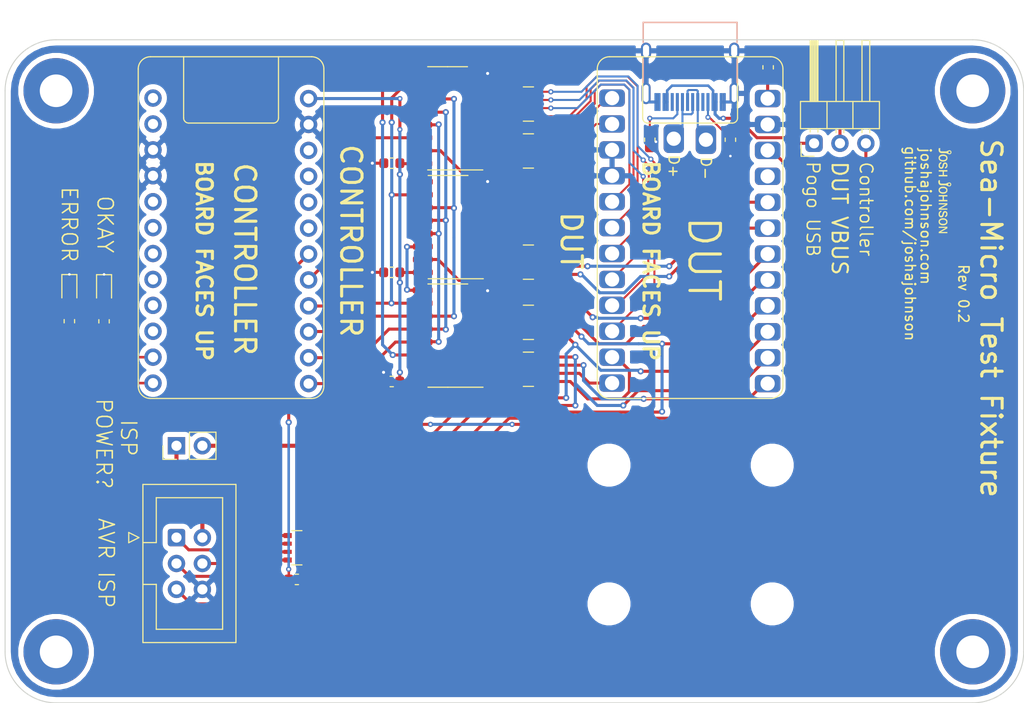
<source format=kicad_pcb>
(kicad_pcb (version 20171130) (host pcbnew 5.1.6-c6e7f7d~87~ubuntu20.04.1)
  (title_block (title pro-micro-test-fixture) (rev test-fixture) (company "Josh Johnson"))
  (layers (0 F.Cu signal) (31 B.Cu signal) (34 B.Paste user) (35 F.Paste user) (36 B.SilkS user) (37 F.SilkS user) (38 B.Mask user) (39 F.Mask user) (44 Edge.Cuts user))
  (net 0 "")
  (net 1 GND)
  (net 2 VBUS)
  (net 3 "Net-(D1-Pad2)")
  (net 4 "Net-(D2-Pad2)")
  (net 5 /DUT_MOSI)
  (net 6 "Net-(J1-Pad2)")
  (net 7 "Net-(J1-Pad5)")
  (net 8 /DUT_SCK)
  (net 9 /DUT_MISO)
  (net 10 "Net-(R1-Pad2)")
  (net 11 /DUT_nRST)
  (net 12 /PB3)
  (net 13 /PB2)
  (net 14 /PB1)
  (net 15 /PD3)
  (net 16 /PD2)
  (net 17 /PD0)
  (net 18 /PD1)
  (net 19 "Net-(RN1-Pad4)")
  (net 20 "Net-(RN1-Pad2)")
  (net 21 "Net-(RN1-Pad3)")
  (net 22 "Net-(RN1-Pad1)")
  (net 23 /PD4)
  (net 24 /PC6)
  (net 25 /PE6)
  (net 26 /PD7)
  (net 27 "Net-(RN2-Pad4)")
  (net 28 "Net-(RN2-Pad2)")
  (net 29 "Net-(RN2-Pad3)")
  (net 30 "Net-(RN2-Pad1)")
  (net 31 /PB4)
  (net 32 /PB5)
  (net 33 /PB6)
  (net 34 "Net-(RN3-Pad4)")
  (net 35 "Net-(RN3-Pad2)")
  (net 36 "Net-(RN3-Pad3)")
  (net 37 "Net-(RN3-Pad1)")
  (net 38 /PF6)
  (net 39 /PF7)
  (net 40 "Net-(RN4-Pad4)")
  (net 41 "Net-(RN4-Pad2)")
  (net 42 "Net-(RN4-Pad3)")
  (net 43 "Net-(RN4-Pad1)")
  (net 44 /PF4)
  (net 45 /PF5)
  (net 46 "Net-(RN5-Pad4)")
  (net 47 "Net-(RN5-Pad2)")
  (net 48 "Net-(RN5-Pad3)")
  (net 49 "Net-(RN5-Pad1)")
  (net 50 /SR_SER)
  (net 51 /SR_nOE)
  (net 52 /SR_RCLK)
  (net 53 /SR_CLK)
  (net 54 /SR_nCLR)
  (net 55 "Net-(U1-Pad9)")
  (net 56 "Net-(U3-Pad9)")
  (net 57 "Net-(R6-Pad1)")
  (net 58 "Net-(R7-Pad1)")
  (net 59 /VBUS_POGO)
  (net 60 "Net-(J3-PadA6)")
  (net 61 "Net-(J3-PadA5)")
  (net 62 "Net-(J3-PadA7)")
  (net 63 "Net-(J3-PadB5)")
  (net 64 /VBUS_DUT)
  (net 65 "Net-(F1-Pad1)")
  (module josh-module:Arduino_Pro_Micro_POGO (layer F.Cu) (at 132.5 64.715)
    (fp_text reference U5 hide)
    (fp_text value ARDUINO_PRO_MICRO)
    (fp_text user "BOARD FACES UP" (at 3.8 15.95 270 unlocked) (layer F.SilkS) (effects (font (size 1.5 1.5) (thickness 0.3))))
    (pad 22 thru_hole roundrect (at 15.25 5.13) (size 2.5 1.7) (drill 1.4) (layers *.Cu *.Mask) (net 11 /DUT_nRST))
    (pad 20 thru_hole roundrect (at 15.25 10.21) (size 2.5 1.7) (drill 1.4) (layers *.Cu *.Mask) (net 44 /PF4))
    (pad 16 thru_hole roundrect (at 15.25 20.37) (size 2.5 1.7) (drill 1.4) (layers *.Cu *.Mask) (net 14 /PB1))
    (pad 15 thru_hole roundrect (at 15.25 22.91) (size 2.5 1.7) (drill 1.4) (layers *.Cu *.Mask) (net 12 /PB3))
    (pad 13 thru_hole roundrect (at 15.25 27.99) (size 2.5 1.7) (drill 1.4) (layers *.Cu *.Mask) (net 33 /PB6))
    (pad 19 thru_hole roundrect (at 15.25 12.75) (size 2.5 1.7) (drill 1.4) (layers *.Cu *.Mask) (net 45 /PF5))
    (pad 21 thru_hole roundrect (at 15.25 7.67) (size 2.5 1.7) (drill 1.4) (layers *.Cu *.Mask))
    (pad 24 thru_hole roundrect (at 15.25 0.05) (size 2.5 1.7) (drill 1.4) (layers *.Cu *.Mask) (net 64 /VBUS_DUT))
    (pad 18 thru_hole roundrect (at 15.25 15.29) (size 2.5 1.7) (drill 1.4) (layers *.Cu *.Mask) (net 38 /PF6))
    (pad 17 thru_hole roundrect (at 15.25 17.83) (size 2.5 1.7) (drill 1.4) (layers *.Cu *.Mask) (net 39 /PF7))
    (pad 23 thru_hole roundrect (at 15.25 2.59) (size 2.5 1.7) (drill 1.4) (layers *.Cu *.Mask) (net 1 GND))
    (pad 14 thru_hole roundrect (at 15.25 25.45) (size 2.5 1.7) (drill 1.4) (layers *.Cu *.Mask) (net 13 /PB2))
    (pad 12 thru_hole roundrect (at 0 27.94) (size 2.5 1.7) (drill 1.4) (layers *.Cu *.Mask) (net 32 /PB5))
    (pad 11 thru_hole roundrect (at 0 25.4) (size 2.5 1.7) (drill 1.4) (layers *.Cu *.Mask) (net 31 /PB4))
    (pad 10 thru_hole roundrect (at 0 22.86) (size 2.5 1.7) (drill 1.4) (layers *.Cu *.Mask) (net 25 /PE6))
    (pad 9 thru_hole roundrect (at 0 20.32) (size 2.5 1.7) (drill 1.4) (layers *.Cu *.Mask) (net 26 /PD7))
    (pad 8 thru_hole roundrect (at 0 17.78) (size 2.5 1.7) (drill 1.4) (layers *.Cu *.Mask) (net 24 /PC6))
    (pad 7 thru_hole roundrect (at 0 15.24) (size 2.5 1.7) (drill 1.4) (layers *.Cu *.Mask) (net 23 /PD4))
    (pad 6 thru_hole roundrect (at 0 12.7) (size 2.5 1.7) (drill 1.4) (layers *.Cu *.Mask) (net 17 /PD0))
    (pad 5 thru_hole roundrect (at 0 10.16) (size 2.5 1.7) (drill 1.4) (layers *.Cu *.Mask) (net 18 /PD1))
    (pad 4 thru_hole roundrect (at 0 7.62) (size 2.5 1.7) (drill 1.4) (layers *.Cu *.Mask) (net 1 GND))
    (pad 3 thru_hole roundrect (at 0 5.08) (size 2.5 1.7) (drill 1.4) (layers *.Cu *.Mask) (net 1 GND))
    (pad 2 thru_hole roundrect (at 0 2.54) (size 2.5 1.7) (drill 1.4) (layers *.Cu *.Mask) (net 16 /PD2))
    (pad 1 thru_hole roundrect (at 0 0) (size 2.5 1.7) (drill 1.4) (layers *.Cu *.Mask) (net 15 /PD3))
  )
  (module TestPoint:TestPoint_Loop_D2.60mm_Drill1.4mm_Beaded (layer F.Cu) (at 138.55 68.7)
    (fp_text reference TP2 hide)
    (fp_text value D+ (at 0 2.7 270 unlocked) (layer F.SilkS))
    (pad 1 thru_hole roundrect (at 0 0) (size 2 2.8) (drill 1.4) (layers *.Cu *.Mask) (net 62 "Net-(J3-PadA7)"))
  )
  (module josh-mechanical:GH-201A (layer F.Cu) (at 140.2 107.5 270)
    (fp_text reference H5 hide)
    (fp_text value "G201-A Clamp")
    (pad "" np_thru_hole circle (at -6.8 -8 270) (size 3.2 3.2) (drill 3.2) (layers *.Cu *.Mask))
    (pad "" np_thru_hole circle (at -6.8 8 270) (size 3.2 3.2) (drill 3.2) (layers *.Cu *.Mask))
    (pad "" np_thru_hole circle (at 6.8 8 270) (size 3.2 3.2) (drill 3.2) (layers *.Cu *.Mask))
    (pad "" np_thru_hole circle (at 6.8 -8 270) (size 3.2 3.2) (drill 3.2) (layers *.Cu *.Mask))
  )
  (module TestPoint:TestPoint_Loop_D2.60mm_Drill1.4mm_Beaded (layer F.Cu) (at 141.7 68.8)
    (fp_text reference TP1 hide)
    (fp_text value D- (at 0 2.8 270 unlocked) (layer F.SilkS))
    (pad 1 thru_hole roundrect (at 0 0) (size 2 2.8) (drill 1.4) (layers *.Cu *.Mask) (net 60 "Net-(J3-PadA6)"))
  )
  (module Resistor_SMD:R_0603_1608Metric (layer F.Cu) (at 144.1 68.8 90)
    (fp_text reference R3 hide)
    (fp_text value 5K1)
    (pad 2 smd roundrect (at 0.7875 0 90) (size 0.875 0.95) (layers F.Cu F.Paste F.Mask) (net 63 "Net-(J3-PadB5)"))
    (pad 1 smd roundrect (at -0.7875 0 90) (size 0.875 0.95) (layers F.Cu F.Paste F.Mask) (net 1 GND))
  )
  (module Resistor_SMD:R_0603_1608Metric (layer F.Cu) (at 136.2 68.8 90)
    (fp_text reference R2 hide)
    (fp_text value 5K1)
    (pad 2 smd roundrect (at 0.7875 0 90) (size 0.875 0.95) (layers F.Cu F.Paste F.Mask) (net 61 "Net-(J3-PadA5)"))
    (pad 1 smd roundrect (at -0.7875 0 90) (size 0.875 0.95) (layers F.Cu F.Paste F.Mask) (net 1 GND))
  )
  (module Connector_PinHeader_2.54mm:PinHeader_1x03_P2.54mm_Horizontal (layer F.Cu) (at 152.3 69.15 90)
    (fp_text reference J4 hide)
    (fp_text value PWR_SEL)
    (pad 3 thru_hole oval (at 0 5.08 90) (size 1.7 1.7) (drill 1) (layers *.Cu *.Mask) (net 2 VBUS))
    (pad 2 thru_hole oval (at 0 2.54 90) (size 1.7 1.7) (drill 1) (layers *.Cu *.Mask) (net 65 "Net-(F1-Pad1)"))
    (pad 1 thru_hole roundrect (at 0 0 90) (size 1.7 1.7) (drill 1) (layers *.Cu *.Mask) (net 59 /VBUS_POGO))
  )
  (module josh-connectors:USB_C_U262-161N-4BVC11 (layer B.Cu) (at 140.15 61.95)
    (fp_text reference J3 hide)
    (fp_text value USB_C_Receptacle_USB2.0)
    (pad A12 smd rect (at 3.35 3.15) (size 0.3 1.75) (layers B.Cu B.Paste B.Mask) (net 1 GND) (clearance 0.01))
    (pad B1 smd rect (at 3.05 3.15) (size 0.3 1.75) (layers B.Cu B.Paste B.Mask) (net 1 GND) (clearance 0.01))
    (pad B4 smd rect (at 2.25 3.15) (size 0.3 1.75) (layers B.Cu B.Paste B.Mask) (net 59 /VBUS_POGO) (clearance 0.01))
    (pad A9 smd rect (at 2.55 3.15) (size 0.3 1.75) (layers B.Cu B.Paste B.Mask) (net 59 /VBUS_POGO) (clearance 0.01))
    (pad B9 smd rect (at -2.25 3.15) (size 0.3 1.75) (layers B.Cu B.Paste B.Mask) (net 59 /VBUS_POGO) (clearance 0.01))
    (pad A4 smd rect (at -2.55 3.15) (size 0.3 1.75) (layers B.Cu B.Paste B.Mask) (net 59 /VBUS_POGO) (clearance 0.01))
    (pad B12 smd rect (at -3.05 3.15) (size 0.3 1.75) (layers B.Cu B.Paste B.Mask) (net 1 GND) (clearance 0.01))
    (pad A1 smd rect (at -3.35 3.15) (size 0.3 1.75) (layers B.Cu B.Paste B.Mask) (net 1 GND) (clearance 0.01))
    (pad A6 smd rect (at -0.25 3.15) (size 0.3 1.75) (layers B.Cu B.Paste B.Mask) (net 60 "Net-(J3-PadA6)"))
    (pad A5 smd rect (at -1.25 3.15) (size 0.3 1.75) (layers B.Cu B.Paste B.Mask) (net 61 "Net-(J3-PadA5)"))
    (pad B8 smd rect (at -1.75 3.15) (size 0.3 1.75) (layers B.Cu B.Paste B.Mask))
    (pad B7 smd rect (at -0.75 3.15) (size 0.3 1.75) (layers B.Cu B.Paste B.Mask) (net 62 "Net-(J3-PadA7)"))
    (pad B5 smd rect (at 1.75 3.15) (size 0.3 1.75) (layers B.Cu B.Paste B.Mask) (net 63 "Net-(J3-PadB5)"))
    (pad A8 smd rect (at 1.25 3.15) (size 0.3 1.75) (layers B.Cu B.Paste B.Mask))
    (pad B6 smd rect (at 0.75 3.15) (size 0.3 1.75) (layers B.Cu B.Paste B.Mask) (net 60 "Net-(J3-PadA6)"))
    (pad A7 smd rect (at 0.25 3.15) (size 0.3 1.75) (layers B.Cu B.Paste B.Mask) (net 62 "Net-(J3-PadA7)"))
    (pad "" np_thru_hole circle (at 2.89 1.81) (size 0.65 0.65) (drill 0.65) (layers *.Cu *.Mask) (clearance 0.01))
    (pad "" np_thru_hole circle (at -2.89 1.81) (size 0.65 0.65) (drill 0.65) (layers *.Cu *.Mask) (clearance 0.01))
    (pad S1 thru_hole oval (at 4.32 2.31) (size 0.9 2.1) (drill oval 0.5 1.7) (layers *.Cu *.Mask B.Paste) (net 1 GND))
    (pad S1 thru_hole oval (at -4.32 2.31) (size 0.9 2.1) (drill oval 0.5 1.7) (layers *.Cu *.Mask B.Paste) (net 1 GND))
    (pad S1 thru_hole oval (at 4.32 -1.87) (size 1 1.6) (drill oval 0.6 1.2) (layers *.Cu *.Mask B.Paste) (net 1 GND))
    (pad S1 thru_hole oval (at -4.32 -1.87) (size 1 1.6) (drill oval 0.6 1.2) (layers *.Cu *.Mask B.Paste) (net 1 GND))
  )
  (module josh-passives-smt:Fuse_0603_1608Metric (layer F.Cu) (at 147.8 61.7 270)
    (fp_text reference F1 hide)
    (fp_text value 100mA)
    (pad 2 smd roundrect (at 0.7875 0 270) (size 0.875 0.95) (layers F.Cu F.Paste F.Mask) (net 64 /VBUS_DUT))
    (pad 1 smd roundrect (at -0.7875 0 270) (size 0.875 0.95) (layers F.Cu F.Paste F.Mask) (net 65 "Net-(F1-Pad1)"))
  )
  (module Resistor_SMD:R_Array_Convex_4x0603 (layer F.Cu) (at 101.6 108.8 180)
    (fp_text reference RN6 hide)
    (fp_text value 1K)
    (pad 5 smd rect (at 0.9 1.2 180) (size 0.8 0.5) (layers F.Cu F.Paste F.Mask) (net 9 /DUT_MISO))
    (pad 6 smd rect (at 0.9 0.4 180) (size 0.8 0.4) (layers F.Cu F.Paste F.Mask) (net 5 /DUT_MOSI))
    (pad 8 smd rect (at 0.9 -1.2 180) (size 0.8 0.5) (layers F.Cu F.Paste F.Mask) (net 7 "Net-(J1-Pad5)"))
    (pad 7 smd rect (at 0.9 -0.4 180) (size 0.8 0.4) (layers F.Cu F.Paste F.Mask) (net 8 /DUT_SCK))
    (pad 4 smd rect (at -0.9 1.2 180) (size 0.8 0.5) (layers F.Cu F.Paste F.Mask) (net 12 /PB3))
    (pad 2 smd rect (at -0.9 -0.4 180) (size 0.8 0.4) (layers F.Cu F.Paste F.Mask) (net 14 /PB1))
    (pad 3 smd rect (at -0.9 0.4 180) (size 0.8 0.4) (layers F.Cu F.Paste F.Mask) (net 13 /PB2))
    (pad 1 smd rect (at -0.9 -1.2 180) (size 0.8 0.5) (layers F.Cu F.Paste F.Mask) (net 11 /DUT_nRST))
  )
  (module josh-logos:OSHW_Logo_3.6x3.6_F.Mask (layer F.Cu) (at 164.6 85.8 270)
    (fp_text reference LOGO2 hide)
    (fp_text value OSHW_FMask hide)
    (fp_poly (pts (xy 0.046025 -1.386642) (xy 0.087086 -1.386332) (xy 0.123939 -1.385856) (xy 0.155448 -1.385237) (xy 0.180478 -1.384498) (xy 0.197893 -1.383663) (xy 0.206557 -1.382756) (xy 0.20721 -1.382529) (xy 0.209787 -1.376529) (xy 0.213922 -1.361213) (xy 0.219466 -1.337279) (xy 0.226268 -1.305427) (xy 0.234179 -1.266356) (xy 0.243047 -1.220763) (xy 0.250901 -1.17915) (xy 0.259151 -1.135399) (xy 0.267001 -1.094735) (xy 0.274225 -1.058252) (xy 0.280599 -1.027043) (xy 0.285898 -1.002202) (xy 0.289897 -0.984823) (xy 0.292372 -0.976) (xy 0.292802 -0.975166) (xy 0.299048 -0.971629) (xy 0.313151 -0.965084) (xy 0.333676 -0.956111) (xy 0.35919 -0.94529) (xy 0.388258 -0.9332) (xy 0.419446 -0.920422) (xy 0.45132 -0.907534) (xy 0.482447 -0.895118) (xy 0.511392 -0.883752) (xy 0.536721 -0.874017) (xy 0.556999 -0.866492) (xy 0.570794 -0.861758) (xy 0.576671 -0.860393) (xy 0.576678 -0.860395) (xy 0.581988 -0.863667) (xy 0.594724 -0.872072) (xy 0.613948 -0.884975) (xy 0.638724 -0.901743) (xy 0.668114 -0.92174) (xy 0.70118 -0.944331) (xy 0.736986 -0.968881) (xy 0.745656 -0.974838) (xy 0.782085 -0.999723) (xy 0.816148 -1.022694) (xy 0.846886 -1.043126) (xy 0.873339 -1.060394) (xy 0.894549 -1.073874) (xy 0.909556 -1.082941) (xy 0.917401 -1.086972) (xy 0.918086 -1.087121) (xy 0.923807 -1.083609) (xy 0.935602 -1.073708) (xy 0.95252 -1.058368) (xy 0.973609 -1.038542) (xy 0.997919 -1.01518) (xy 1.0245 -0.989233) (xy 1.0524 -0.961653) (xy 1.080669 -0.933391) (xy 1.108355 -0.905397) (xy 1.134508 -0.878624) (xy 1.158178 -0.854022) (xy 1.178412 -0.832542) (xy 1.194261 -0.815136) (xy 1.204774 -0.802754) (xy 1.208999 -0.796349) (xy 1.20904 -0.796062) (xy 1.206243 -0.789942) (xy 1.198279 -0.77647) (xy 1.185789 -0.756628) (xy 1.16941 -0.731402) (xy 1.149783 -0.701774) (xy 1.127547 -0.668731) (xy 1.103341 -0.633255) (xy 1.101788 -0.630995) (xy 1.077294 -0.595274) (xy 1.054499 -0.561861) (xy 1.03408 -0.531756) (xy 1.016708 -0.505962) (xy 1.00306 -0.485479) (xy 0.993807 -0.471308) (xy 0.989626 -0.46445) (xy 0.989568 -0.46433) (xy 0.988784 -0.459609) (xy 0.989912 -0.451769) (xy 0.993299 -0.439857) (xy 0.999292 -0.422916) (xy 1.008241 -0.399993) (xy 1.020491 -0.370133) (xy 1.03639 -0.332381) (xy 1.044749 -0.312748) (xy 1.061018 -0.275148) (xy 1.076011 -0.24149) (xy 1.089231 -0.212832) (xy 1.100175 -0.190228) (xy 1.108346 -0.174735) (xy 1.113243 -0.167408) (xy 1.11371 -0.167052) (xy 1.12056 -0.165072) (xy 1.136248 -0.161498) (xy 1.159616 -0.156566) (xy 1.189508 -0.150509) (xy 1.224767 -0.143561) (xy 1.264236 -0.135956) (xy 1.306757 -0.127929) (xy 1.311409 -0.12706) (xy 1.360146 -0.11782) (xy 1.403053 -0.109379) (xy 1.43939 -0.101898) (xy 1.468418 -0.095537) (xy 1.489397 -0.090456) (xy 1.501585 -0.086816) (xy 1.504451 -0.085286) (xy 1.505372 -0.078904) (xy 1.506225 -0.063497) (xy 1.506989 -0.040202) (xy 1.507638 -0.010153) (xy 1.508151 0.025514) (xy 1.508503 0.065663) (xy 1.508671 0.109159) (xy 1.508682 0.120027) (xy 1.508649 0.171548) (xy 1.508486 0.213801) (xy 1.508162 0.24768) (xy 1.507647 0.274077) (xy 1.506908 0.293884) (xy 1.505916 0.307996) (xy 1.504639 0.317303) (xy 1.503046 0.322699) (xy 1.501595 0.324741) (xy 1.495095 0.326999) (xy 1.479763 0.330799) (xy 1.456765 0.335898) (xy 1.427271 0.34205) (xy 1.39245 0.349013) (xy 1.35347 0.356543) (xy 1.312365 0.364236) (xy 1.26621 0.372897) (xy 1.224798 0.380981) (xy 1.189062 0.388286) (xy 1.159937 0.394611) (xy 1.138354 0.399758) (xy 1.125249 0.403525) (xy 1.121726 0.405133) (xy 1.117704 0.411585) (xy 1.110714 0.425987) (xy 1.101314 0.446948) (xy 1.090063 0.473082) (xy 1.077519 0.503) (xy 1.06424 0.535313) (xy 1.050785 0.568634) (xy 1.037712 0.601575) (xy 1.02558 0.632747) (xy 1.014946 0.660763) (xy 1.006369 0.684233) (xy 1.000408 0.701771) (xy 0.99762 0.711987) (xy 0.997556 0.713842) (xy 1.000901 0.719358) (xy 1.009348 0.732262) (xy 1.022236 0.751573) (xy 1.038906 0.776312) (xy 1.058697 0.805498) (xy 1.080948 0.838151) (xy 1.104512 0.872582) (xy 1.128487 0.907797) (xy 1.150526 0.940662) (xy 1.169982 0.970174) (xy 1.186209 0.995331) (xy 1.198558 1.01513) (xy 1.206383 1.028568) (xy 1.20904 1.034588) (xy 1.205537 1.040258) (xy 1.195662 1.052017) (xy 1.180363 1.068914) (xy 1.16059 1.089997) (xy 1.13729 1.114314) (xy 1.111414 1.140912) (xy 1.083908 1.168838) (xy 1.055723 1.197142) (xy 1.027807 1.22487) (xy 1.001109 1.251071) (xy 0.976578 1.274792) (xy 0.955162 1.295081) (xy 0.93781 1.310985) (xy 0.925471 1.321554) (xy 0.919094 1.325834) (xy 0.918792 1.32588) (xy 0.912917 1.323089) (xy 0.89969 1.315148) (xy 0.880102 1.302705) (xy 0.855147 1.286406) (xy 0.825814 1.2669) (xy 0.793098 1.244834) (xy 0.759274 1.22174) (xy 0.724192 1.197807) (xy 0.691493 1.175813) (xy 0.662179 1.156405) (xy 0.637247 1.140232) (xy 0.617696 1.127942) (xy 0.604527 1.120183) (xy 0.598812 1.1176) (xy 0.591386 1.11992) (xy 0.576894 1.126305) (xy 0.557157 1.13589) (xy 0.533991 1.14781) (xy 0.52335 1.153481) (xy 0.4978 1.166747) (xy 0.475514 1.177375) (xy 0.458172 1.184622) (xy 0.447456 1.187744) (xy 0.445823 1.187771) (xy 0.443235 1.186377) (xy 0.439874 1.182452) (xy 0.435467 1.175381) (xy 0.429738 1.164547) (xy 0.422414 1.149334) (xy 0.41322 1.129125) (xy 0.401884 1.103305) (xy 0.388129 1.071257) (xy 0.371684 1.032365) (xy 0.352272 0.986012) (xy 0.32962 0.931582) (xy 0.303454 0.868459) (xy 0.29886 0.857359) (xy 0.276257 0.802528) (xy 0.254911 0.750342) (xy 0.235128 0.701575) (xy 0.217213 0.656998) (xy 0.201473 0.617386) (xy 0.188212 0.58351) (xy 0.177736 0.556143) (xy 0.170352 0.53606) (xy 0.166364 0.524031) (xy 0.16576 0.520809) (xy 0.170949 0.514897) (xy 0.182723 0.504827) (xy 0.199234 0.492102) (xy 0.215173 0.480629) (xy 0.257327 0.44957) (xy 0.291753 0.420231) (xy 0.320203 0.390682) (xy 0.344432 0.358997) (xy 0.366194 0.323247) (xy 0.376863 0.302918) (xy 0.400756 0.244488) (xy 0.415076 0.184158) (xy 0.419979 0.122953) (xy 0.415623 0.061898) (xy 0.402163 0.002019) (xy 0.379756 -0.055658) (xy 0.348559 -0.110109) (xy 0.308727 -0.160308) (xy 0.305664 -0.163589) (xy 0.258017 -0.207167) (xy 0.204808 -0.242578) (xy 0.145354 -0.270245) (xy 0.11666 -0.280193) (xy 0.099933 -0.285026) (xy 0.084165 -0.288368) (xy 0.066854 -0.290481) (xy 0.045497 -0.291627) (xy 0.017593 -0.292065) (xy 0.00254 -0.2921) (xy -0.029085 -0.29189) (xy -0.053064 -0.291084) (xy -0.071907 -0.289422) (xy -0.088123 -0.286643) (xy -0.104222 -0.282484) (xy -0.11176 -0.280198) (xy -0.173754 -0.255795) (xy -0.230039 -0.22331) (xy -0.280031 -0.183237) (xy -0.323146 -0.136067) (xy -0.358799 -0.082293) (xy -0.368671 -0.0635) (xy -0.389244 -0.016643) (xy -0.402766 0.027726) (xy -0.41014 0.073443) (xy -0.412273 0.12192) (xy -0.407414 0.186989) (xy -0.393008 0.249065) (xy -0.369312 0.30751) (xy -0.336584 0.361687) (xy -0.296045 0.409975) (xy -0.27786 0.426971) (xy -0.254238 0.446791) (xy -0.228252 0.467052) (xy -0.202977 0.485368) (xy -0.181486 0.499354) (xy -0.178861 0.500883) (xy -0.167168 0.509785) (xy -0.160128 0.519264) (xy -0.159675 0.520648) (xy -0.161128 0.527322) (xy -0.166359 0.542833) (xy -0.175168 0.566671) (xy -0.187353 0.598326) (xy -0.202713 0.637287) (xy -0.221047 0.683043) (xy -0.242154 0.735085) (xy -0.265834 0.792901) (xy -0.289272 0.849679) (xy -0.3117 0.903781) (xy -0.333086 0.955286) (xy -0.353097 1.003399) (xy -0.371401 1.047325) (xy -0.387666 1.086268) (xy -0.401558 1.119433) (xy -0.412747 1.146026) (xy -0.420898 1.165249) (xy -0.425681 1.176309) (xy -0.426747 1.178609) (xy -0.43498 1.186716) (xy -0.441789 1.18872) (xy -0.449502 1.186394) (xy -0.464255 1.179995) (xy -0.48421 1.170387) (xy -0.50753 1.158437) (xy -0.518358 1.152672) (xy -0.548166 1.137192) (xy -0.571684 1.126189) (xy -0.588125 1.120007) (xy -0.596178 1.118837) (xy -0.60332 1.122269) (xy -0.617462 1.1307) (xy -0.637291 1.143286) (xy -0.661494 1.159184) (xy -0.688759 1.177551) (xy -0.70612 1.189461) (xy -0.753038 1.221822) (xy -0.792318 1.248815) (xy -0.824648 1.270892) (xy -0.850719 1.288506) (xy -0.871219 1.302109) (xy -0.886837 1.312155) (xy -0.898261 1.319097) (xy -0.906181 1.323388) (xy -0.911286 1.32548) (xy -0.913613 1.32588) (xy -0.918879 1.322399) (xy -0.930465 1.312478) (xy -0.94754 1.296897) (xy -0.969279 1.276437) (xy -0.994852 1.25188) (xy -1.023432 1.224006) (xy -1.054191 1.193597) (xy -1.060269 1.187541) (xy -1.091264 1.15647) (xy -1.11999 1.127382) (xy -1.145643 1.101112) (xy -1.167423 1.078494) (xy -1.184527 1.060363) (xy -1.196153 1.047552) (xy -1.201499 1.040896) (xy -1.201734 1.040413) (xy -1.202633 1.037436) (xy -1.202948 1.034393) (xy -1.202165 1.03046) (xy -1.199774 1.024812) (xy -1.195263 1.016624) (xy -1.188121 1.005072) (xy -1.177835 0.98933) (xy -1.163895 0.968575) (xy -1.145788 0.94198) (xy -1.123004 0.908721) (xy -1.095031 0.867973) (xy -1.092485 0.864266) (xy -1.068839 0.829625) (xy -1.047135 0.797438) (xy -1.028027 0.768706) (xy -1.012169 0.744428) (xy -1.000215 0.725605) (xy -0.992819 0.713237) (xy -0.9906 0.708469) (xy -0.992429 0.70207) (xy -0.99761 0.687455) (xy -1.005686 0.665826) (xy -1.016198 0.638385) (xy -1.028688 0.606333) (xy -1.0427 0.570874) (xy -1.049706 0.553307) (xy -1.067443 0.509314) (xy -1.081995 0.474051) (xy -1.093724 0.446727) (xy -1.102994 0.426551) (xy -1.110167 0.412734) (xy -1.115606 0.404485) (xy -1.119556 0.401059) (xy -1.126915 0.399121) (xy -1.143064 0.395609) (xy -1.166798 0.390762) (xy -1.196909 0.384819) (xy -1.232191 0.378018) (xy -1.271438 0.370597) (xy -1.310079 0.363414) (xy -1.351719 0.355616) (xy -1.390331 0.348154) (xy -1.424739 0.341273) (xy -1.45377 0.335217) (xy -1.476249 0.330232) (xy -1.491002 0.32656) (xy -1.496769 0.324531) (xy -1.498567 0.32136) (xy -1.500039 0.314541) (xy -1.501215 0.303211) (xy -1.502123 0.286509) (xy -1.502793 0.263571) (xy -1.503254 0.233536) (xy -1.503535 0.195541) (xy -1.503664 0.148724) (xy -1.50368 0.118875) (xy -1.50368 -0.081046) (xy -1.49225 -0.088098) (xy -1.484763 -0.0906) (xy -1.468464 -0.094628) (xy -1.444545 -0.099934) (xy -1.414198 -0.106268) (xy -1.378616 -0.113383) (xy -1.338991 -0.121029) (xy -1.296514 -0.128958) (xy -1.2954 -0.129162) (xy -1.253124 -0.13705) (xy -1.213892 -0.144626) (xy -1.178855 -0.151648) (xy -1.149164 -0.157874) (xy -1.12597 -0.163063) (xy -1.110424 -0.166974) (xy -1.103677 -0.169363) (xy -1.103595 -0.169434) (xy -1.09991 -0.175699) (xy -1.092978 -0.189894) (xy -1.083423 -0.210572) (xy -1.071866 -0.236287) (xy -1.05893 -0.265594) (xy -1.045237 -0.297046) (xy -1.031409 -0.329198) (xy -1.018069 -0.360603) (xy -1.005839 -0.389815) (xy -0.995341 -0.415389) (xy -0.987197 -0.435877) (xy -0.982031 -0.449835) (xy -0.98044 -0.455606) (xy -0.983233 -0.461425) (xy -0.991189 -0.474628) (xy -1.003681 -0.494251) (xy -1.020076 -0.519333) (xy -1.039746 -0.548911) (xy -1.062061 -0.582024) (xy -1.086389 -0.617707) (xy -1.090258 -0.623345) (xy -1.114952 -0.659462) (xy -1.137845 -0.69325) (xy -1.158287 -0.723726) (xy -1.175629 -0.749912) (xy -1.189222 -0.770825) (xy -1.198417 -0.785484) (xy -1.202566 -0.79291) (xy -1.202707 -0.793316) (xy -1.201946 -0.797421) (xy -1.197786 -0.804332) (xy -1.189683 -0.814645) (xy -1.177095 -0.828952) (xy -1.159479 -0.847846) (xy -1.136292 -0.871922) (xy -1.106992 -0.901774) (xy -1.071036 -0.937995) (xy -1.063801 -0.945251) (xy -1.027782 -0.981111) (xy -0.995644 -1.012622) (xy -0.967932 -1.039269) (xy -0.945194 -1.060539) (xy -0.927977 -1.075919) (xy -0.916826 -1.084895) (xy -0.912675 -1.08712) (xy -0.90644 -1.084328) (xy -0.892844 -1.076373) (xy -0.872867 -1.06389) (xy -0.847492 -1.047513) (xy -0.8177 -1.027878) (xy -0.784474 -1.005618) (xy -0.748795 -0.981369) (xy -0.744914 -0.978711) (xy -0.7089 -0.954072) (xy -0.675178 -0.931086) (xy -0.644747 -0.910427) (xy -0.618605 -0.89277) (xy -0.597752 -0.878789) (xy -0.583185 -0.869159) (xy -0.575904 -0.864554) (xy -0.575648 -0.864413) (xy -0.571195 -0.863059) (xy -0.564661 -0.863256) (xy -0.554941 -0.865369) (xy -0.540932 -0.869766) (xy -0.521529 -0.876813) (xy -0.495627 -0.886876) (xy -0.462123 -0.900323) (xy -0.438488 -0.909932) (xy -0.396634 -0.927019) (xy -0.363212 -0.940757) (xy -0.33724 -0.951618) (xy -0.317736 -0.960074) (xy -0.303719 -0.966597) (xy -0.294205 -0.97166) (xy -0.288214 -0.975734) (xy -0.284764 -0.979292) (xy -0.282872 -0.982807) (xy -0.282055 -0.98516) (xy -0.28044 -0.992264) (xy -0.277207 -1.008195) (xy -0.27258 -1.031785) (xy -0.266784 -1.061871) (xy -0.260042 -1.097286) (xy -0.25258 -1.136865) (xy -0.244622 -1.179442) (xy -0.243805 -1.183832) (xy -0.235748 -1.226519) (xy -0.228032 -1.266201) (xy -0.220896 -1.301734) (xy -0.21458 -1.331972) (xy -0.209324 -1.355772) (xy -0.205367 -1.371988) (xy -0.20295 -1.379476) (xy -0.202788 -1.379717) (xy -0.199758 -1.381563) (xy -0.193437 -1.383072) (xy -0.182937 -1.384273) (xy -0.167367 -1.385199) (xy -0.145841 -1.385879) (xy -0.117468 -1.386343) (xy -0.081361 -1.386624) (xy -0.03663 -1.38675) (xy 0.001892 -1.386763) (xy 0.046025 -1.386642)) (layer F.Cu) (width 0.01))
  )
  (module josh-logos:board-title (layer F.Cu) (at 170.25 83.3 270)
    (fp_text reference LOGO3 hide)
    (fp_text value Board-Title)
    (fp_text user 2020-05-02 (at -8.6 3.3 270 unlocked) (layer F.Cu))
    (fp_text user "Rev 0.2" (at 0.6 3.3 270 unlocked) (layer F.SilkS))
    (fp_text user "Sea-Micro Test Fixture" (at 3 0.6 270 unlocked) (layer F.SilkS) (effects (font (size 2 2) (thickness 0.3))))
  )
  (module MountingHole:MountingHole_3.2mm_M3_Pad (layer F.Cu) (at 167.85 119)
    (fp_text reference H4 hide)
    (fp_text value M3)
    (pad 1 thru_hole circle (at 0 0) (size 6.4 6.4) (drill 3.2) (layers *.Cu *.Mask))
  )
  (module MountingHole:MountingHole_3.2mm_M3_Pad (layer F.Cu) (at 78 64)
    (fp_text reference H3 hide)
    (fp_text value M3)
    (pad 1 thru_hole circle (at 0 0) (size 6.4 6.4) (drill 3.2) (layers *.Cu *.Mask))
  )
  (module MountingHole:MountingHole_3.2mm_M3_Pad (layer F.Cu) (at 78 119)
    (fp_text reference H2 hide)
    (fp_text value M3)
    (pad 1 thru_hole circle (at 0 0) (size 6.4 6.4) (drill 3.2) (layers *.Cu *.Mask))
  )
  (module MountingHole:MountingHole_3.2mm_M3_Pad (layer F.Cu) (at 167.85 64)
    (fp_text reference H1 hide)
    (fp_text value M3)
    (pad 1 thru_hole circle (at 0 0) (size 6.4 6.4) (drill 3.2) (layers *.Cu *.Mask))
  )
  (module Resistor_SMD:R_0603_1608Metric (layer F.Cu) (at 79.3 86.5875 90)
    (fp_text reference R7 hide)
    (fp_text value 3K3)
    (pad 2 smd roundrect (at 0.7875 0 90) (size 0.875 0.95) (layers F.Cu F.Paste F.Mask) (net 4 "Net-(D2-Pad2)"))
    (pad 1 smd roundrect (at -0.7875 0 90) (size 0.875 0.95) (layers F.Cu F.Paste F.Mask) (net 58 "Net-(R7-Pad1)"))
  )
  (module Resistor_SMD:R_0603_1608Metric (layer F.Cu) (at 82.7 86.6 90)
    (fp_text reference R6 hide)
    (fp_text value 3K3)
    (pad 2 smd roundrect (at 0.7875 0 90) (size 0.875 0.95) (layers F.Cu F.Paste F.Mask) (net 3 "Net-(D1-Pad2)"))
    (pad 1 smd roundrect (at -0.7875 0 90) (size 0.875 0.95) (layers F.Cu F.Paste F.Mask) (net 57 "Net-(R6-Pad1)"))
  )
  (module Package_SO:SOIC-16_3.9x9.9mm_P1.27mm (layer F.Cu) (at 116.425 77.365 180)
    (fp_text reference U4 hide)
    (fp_text value 74HC595)
    (pad 16 smd roundrect (at 2.475 -4.445 180) (size 1.95 0.6) (layers F.Cu F.Paste F.Mask) (net 2 VBUS))
    (pad 15 smd roundrect (at 2.475 -3.175 180) (size 1.95 0.6) (layers F.Cu F.Paste F.Mask) (net 46 "Net-(RN5-Pad4)"))
    (pad 14 smd roundrect (at 2.475 -1.905 180) (size 1.95 0.6) (layers F.Cu F.Paste F.Mask) (net 56 "Net-(U3-Pad9)"))
    (pad 13 smd roundrect (at 2.475 -0.635 180) (size 1.95 0.6) (layers F.Cu F.Paste F.Mask) (net 51 /SR_nOE))
    (pad 12 smd roundrect (at 2.475 0.635 180) (size 1.95 0.6) (layers F.Cu F.Paste F.Mask) (net 52 /SR_RCLK))
    (pad 11 smd roundrect (at 2.475 1.905 180) (size 1.95 0.6) (layers F.Cu F.Paste F.Mask) (net 53 /SR_CLK))
    (pad 10 smd roundrect (at 2.475 3.175 180) (size 1.95 0.6) (layers F.Cu F.Paste F.Mask) (net 54 /SR_nCLR))
    (pad 9 smd roundrect (at 2.475 4.445 180) (size 1.95 0.6) (layers F.Cu F.Paste F.Mask))
    (pad 8 smd roundrect (at -2.475 4.445 180) (size 1.95 0.6) (layers F.Cu F.Paste F.Mask) (net 1 GND))
    (pad 7 smd roundrect (at -2.475 3.175 180) (size 1.95 0.6) (layers F.Cu F.Paste F.Mask))
    (pad 6 smd roundrect (at -2.475 1.905 180) (size 1.95 0.6) (layers F.Cu F.Paste F.Mask))
    (pad 5 smd roundrect (at -2.475 0.635 180) (size 1.95 0.6) (layers F.Cu F.Paste F.Mask))
    (pad 4 smd roundrect (at -2.475 -0.635 180) (size 1.95 0.6) (layers F.Cu F.Paste F.Mask))
    (pad 3 smd roundrect (at -2.475 -1.905 180) (size 1.95 0.6) (layers F.Cu F.Paste F.Mask) (net 49 "Net-(RN5-Pad1)"))
    (pad 2 smd roundrect (at -2.475 -3.175 180) (size 1.95 0.6) (layers F.Cu F.Paste F.Mask) (net 47 "Net-(RN5-Pad2)"))
    (pad 1 smd roundrect (at -2.475 -4.445 180) (size 1.95 0.6) (layers F.Cu F.Paste F.Mask) (net 48 "Net-(RN5-Pad3)"))
  )
  (module Package_SO:SOIC-16_3.9x9.9mm_P1.27mm (layer F.Cu) (at 116.4 88 180)
    (fp_text reference U3 hide)
    (fp_text value 74HC595)
    (pad 16 smd roundrect (at 2.475 -4.445 180) (size 1.95 0.6) (layers F.Cu F.Paste F.Mask) (net 2 VBUS))
    (pad 15 smd roundrect (at 2.475 -3.175 180) (size 1.95 0.6) (layers F.Cu F.Paste F.Mask) (net 34 "Net-(RN3-Pad4)"))
    (pad 14 smd roundrect (at 2.475 -1.905 180) (size 1.95 0.6) (layers F.Cu F.Paste F.Mask) (net 55 "Net-(U1-Pad9)"))
    (pad 13 smd roundrect (at 2.475 -0.635 180) (size 1.95 0.6) (layers F.Cu F.Paste F.Mask) (net 51 /SR_nOE))
    (pad 12 smd roundrect (at 2.475 0.635 180) (size 1.95 0.6) (layers F.Cu F.Paste F.Mask) (net 52 /SR_RCLK))
    (pad 11 smd roundrect (at 2.475 1.905 180) (size 1.95 0.6) (layers F.Cu F.Paste F.Mask) (net 53 /SR_CLK))
    (pad 10 smd roundrect (at 2.475 3.175 180) (size 1.95 0.6) (layers F.Cu F.Paste F.Mask) (net 54 /SR_nCLR))
    (pad 9 smd roundrect (at 2.475 4.445 180) (size 1.95 0.6) (layers F.Cu F.Paste F.Mask) (net 56 "Net-(U3-Pad9)"))
    (pad 8 smd roundrect (at -2.475 4.445 180) (size 1.95 0.6) (layers F.Cu F.Paste F.Mask) (net 1 GND))
    (pad 7 smd roundrect (at -2.475 3.175 180) (size 1.95 0.6) (layers F.Cu F.Paste F.Mask) (net 43 "Net-(RN4-Pad1)"))
    (pad 6 smd roundrect (at -2.475 1.905 180) (size 1.95 0.6) (layers F.Cu F.Paste F.Mask) (net 41 "Net-(RN4-Pad2)"))
    (pad 5 smd roundrect (at -2.475 0.635 180) (size 1.95 0.6) (layers F.Cu F.Paste F.Mask) (net 42 "Net-(RN4-Pad3)"))
    (pad 4 smd roundrect (at -2.475 -0.635 180) (size 1.95 0.6) (layers F.Cu F.Paste F.Mask) (net 40 "Net-(RN4-Pad4)"))
    (pad 3 smd roundrect (at -2.475 -1.905 180) (size 1.95 0.6) (layers F.Cu F.Paste F.Mask) (net 37 "Net-(RN3-Pad1)"))
    (pad 2 smd roundrect (at -2.475 -3.175 180) (size 1.95 0.6) (layers F.Cu F.Paste F.Mask) (net 35 "Net-(RN3-Pad2)"))
    (pad 1 smd roundrect (at -2.475 -4.445 180) (size 1.95 0.6) (layers F.Cu F.Paste F.Mask) (net 36 "Net-(RN3-Pad3)"))
  )
  (module josh-module:Arduino_Pro_Micro (layer F.Cu) (at 87.5 64.715)
    (fp_text reference U2 hide)
    (fp_text value ARDUINO_PRO_MICRO)
    (fp_text user "BOARD FACES UP" (at 5 15.95 270 unlocked) (layer F.SilkS) (effects (font (size 1.5 1.5) (thickness 0.3))))
    (pad 22 thru_hole circle (at 15.25 5.13) (size 1.7 1.7) (drill 1) (layers *.Cu *.Mask))
    (pad 20 thru_hole circle (at 15.25 10.21) (size 1.7 1.7) (drill 1) (layers *.Cu *.Mask))
    (pad 16 thru_hole circle (at 15.25 20.37) (size 1.7 1.7) (drill 1) (layers *.Cu *.Mask) (net 54 /SR_nCLR))
    (pad 15 thru_hole circle (at 15.25 22.91) (size 1.7 1.7) (drill 1) (layers *.Cu *.Mask) (net 53 /SR_CLK))
    (pad 13 thru_hole circle (at 15.25 27.99) (size 1.7 1.7) (drill 1) (layers *.Cu *.Mask) (net 51 /SR_nOE))
    (pad 19 thru_hole circle (at 15.25 12.75) (size 1.7 1.7) (drill 1) (layers *.Cu *.Mask))
    (pad 21 thru_hole circle (at 15.25 7.67) (size 1.7 1.7) (drill 1) (layers *.Cu *.Mask))
    (pad 24 thru_hole circle (at 15.25 0.05) (size 1.7 1.7) (drill 1) (layers *.Cu *.Mask) (net 2 VBUS))
    (pad 18 thru_hole circle (at 15.25 15.29) (size 1.7 1.7) (drill 1) (layers *.Cu *.Mask) (net 10 "Net-(R1-Pad2)"))
    (pad 17 thru_hole circle (at 15.25 17.83) (size 1.7 1.7) (drill 1) (layers *.Cu *.Mask) (net 50 /SR_SER))
    (pad 23 thru_hole circle (at 15.25 2.59) (size 1.7 1.7) (drill 1) (layers *.Cu *.Mask) (net 1 GND))
    (pad 14 thru_hole circle (at 15.25 25.45) (size 1.7 1.7) (drill 1) (layers *.Cu *.Mask) (net 52 /SR_RCLK))
    (pad 12 thru_hole circle (at 0 27.94) (size 1.7 1.7) (drill 1) (layers *.Cu *.Mask) (net 58 "Net-(R7-Pad1)"))
    (pad 11 thru_hole circle (at 0 25.4) (size 1.7 1.7) (drill 1) (layers *.Cu *.Mask) (net 57 "Net-(R6-Pad1)"))
    (pad 10 thru_hole circle (at 0 22.86) (size 1.7 1.7) (drill 1) (layers *.Cu *.Mask))
    (pad 9 thru_hole circle (at 0 20.32) (size 1.7 1.7) (drill 1) (layers *.Cu *.Mask))
    (pad 8 thru_hole circle (at 0 17.78) (size 1.7 1.7) (drill 1) (layers *.Cu *.Mask))
    (pad 7 thru_hole circle (at 0 15.24) (size 1.7 1.7) (drill 1) (layers *.Cu *.Mask))
    (pad 6 thru_hole circle (at 0 12.7) (size 1.7 1.7) (drill 1) (layers *.Cu *.Mask))
    (pad 5 thru_hole circle (at 0 10.16) (size 1.7 1.7) (drill 1) (layers *.Cu *.Mask))
    (pad 4 thru_hole circle (at 0 7.62) (size 1.7 1.7) (drill 1) (layers *.Cu *.Mask) (net 1 GND))
    (pad 3 thru_hole circle (at 0 5.08) (size 1.7 1.7) (drill 1) (layers *.Cu *.Mask) (net 1 GND))
    (pad 2 thru_hole circle (at 0 2.54) (size 1.7 1.7) (drill 1) (layers *.Cu *.Mask))
    (pad 1 thru_hole circle (at 0 0) (size 1.7 1.7) (drill 1) (layers *.Cu *.Mask))
  )
  (module Package_SO:SOIC-16_3.9x9.9mm_P1.27mm (layer F.Cu) (at 116.375 66.7 180)
    (fp_text reference U1 hide)
    (fp_text value 74HC595)
    (pad 16 smd roundrect (at 2.475 -4.445 180) (size 1.95 0.6) (layers F.Cu F.Paste F.Mask) (net 2 VBUS))
    (pad 15 smd roundrect (at 2.475 -3.175 180) (size 1.95 0.6) (layers F.Cu F.Paste F.Mask) (net 19 "Net-(RN1-Pad4)"))
    (pad 14 smd roundrect (at 2.475 -1.905 180) (size 1.95 0.6) (layers F.Cu F.Paste F.Mask) (net 50 /SR_SER))
    (pad 13 smd roundrect (at 2.475 -0.635 180) (size 1.95 0.6) (layers F.Cu F.Paste F.Mask) (net 51 /SR_nOE))
    (pad 12 smd roundrect (at 2.475 0.635 180) (size 1.95 0.6) (layers F.Cu F.Paste F.Mask) (net 52 /SR_RCLK))
    (pad 11 smd roundrect (at 2.475 1.905 180) (size 1.95 0.6) (layers F.Cu F.Paste F.Mask) (net 53 /SR_CLK))
    (pad 10 smd roundrect (at 2.475 3.175 180) (size 1.95 0.6) (layers F.Cu F.Paste F.Mask) (net 54 /SR_nCLR))
    (pad 9 smd roundrect (at 2.475 4.445 180) (size 1.95 0.6) (layers F.Cu F.Paste F.Mask) (net 55 "Net-(U1-Pad9)"))
    (pad 8 smd roundrect (at -2.475 4.445 180) (size 1.95 0.6) (layers F.Cu F.Paste F.Mask) (net 1 GND))
    (pad 7 smd roundrect (at -2.475 3.175 180) (size 1.95 0.6) (layers F.Cu F.Paste F.Mask) (net 30 "Net-(RN2-Pad1)"))
    (pad 6 smd roundrect (at -2.475 1.905 180) (size 1.95 0.6) (layers F.Cu F.Paste F.Mask) (net 28 "Net-(RN2-Pad2)"))
    (pad 5 smd roundrect (at -2.475 0.635 180) (size 1.95 0.6) (layers F.Cu F.Paste F.Mask) (net 29 "Net-(RN2-Pad3)"))
    (pad 4 smd roundrect (at -2.475 -0.635 180) (size 1.95 0.6) (layers F.Cu F.Paste F.Mask) (net 27 "Net-(RN2-Pad4)"))
    (pad 3 smd roundrect (at -2.475 -1.905 180) (size 1.95 0.6) (layers F.Cu F.Paste F.Mask) (net 22 "Net-(RN1-Pad1)"))
    (pad 2 smd roundrect (at -2.475 -3.175 180) (size 1.95 0.6) (layers F.Cu F.Paste F.Mask) (net 20 "Net-(RN1-Pad2)"))
    (pad 1 smd roundrect (at -2.475 -4.445 180) (size 1.95 0.6) (layers F.Cu F.Paste F.Mask) (net 21 "Net-(RN1-Pad3)"))
  )
  (module Resistor_SMD:R_Array_Convex_4x0603 (layer F.Cu) (at 124.3 80.8)
    (fp_text reference RN5 hide)
    (fp_text value 1K)
    (pad 5 smd rect (at 0.9 1.2) (size 0.8 0.5) (layers F.Cu F.Paste F.Mask) (net 45 /PF5))
    (pad 6 smd rect (at 0.9 0.4) (size 0.8 0.4) (layers F.Cu F.Paste F.Mask) (net 44 /PF4))
    (pad 8 smd rect (at 0.9 -1.2) (size 0.8 0.5) (layers F.Cu F.Paste F.Mask))
    (pad 7 smd rect (at 0.9 -0.4) (size 0.8 0.4) (layers F.Cu F.Paste F.Mask))
    (pad 4 smd rect (at -0.9 1.2) (size 0.8 0.5) (layers F.Cu F.Paste F.Mask) (net 46 "Net-(RN5-Pad4)"))
    (pad 2 smd rect (at -0.9 -0.4) (size 0.8 0.4) (layers F.Cu F.Paste F.Mask) (net 47 "Net-(RN5-Pad2)"))
    (pad 3 smd rect (at -0.9 0.4) (size 0.8 0.4) (layers F.Cu F.Paste F.Mask) (net 48 "Net-(RN5-Pad3)"))
    (pad 1 smd rect (at -0.9 -1.2) (size 0.8 0.5) (layers F.Cu F.Paste F.Mask) (net 49 "Net-(RN5-Pad1)"))
  )
  (module Resistor_SMD:R_Array_Convex_4x0603 (layer F.Cu) (at 124.3 86.7)
    (fp_text reference RN4 hide)
    (fp_text value 1K)
    (pad 5 smd rect (at 0.9 1.2) (size 0.8 0.5) (layers F.Cu F.Paste F.Mask) (net 12 /PB3))
    (pad 6 smd rect (at 0.9 0.4) (size 0.8 0.4) (layers F.Cu F.Paste F.Mask) (net 14 /PB1))
    (pad 8 smd rect (at 0.9 -1.2) (size 0.8 0.5) (layers F.Cu F.Paste F.Mask) (net 38 /PF6))
    (pad 7 smd rect (at 0.9 -0.4) (size 0.8 0.4) (layers F.Cu F.Paste F.Mask) (net 39 /PF7))
    (pad 4 smd rect (at -0.9 1.2) (size 0.8 0.5) (layers F.Cu F.Paste F.Mask) (net 40 "Net-(RN4-Pad4)"))
    (pad 2 smd rect (at -0.9 -0.4) (size 0.8 0.4) (layers F.Cu F.Paste F.Mask) (net 41 "Net-(RN4-Pad2)"))
    (pad 3 smd rect (at -0.9 0.4) (size 0.8 0.4) (layers F.Cu F.Paste F.Mask) (net 42 "Net-(RN4-Pad3)"))
    (pad 1 smd rect (at -0.9 -1.2) (size 0.8 0.5) (layers F.Cu F.Paste F.Mask) (net 43 "Net-(RN4-Pad1)"))
  )
  (module Resistor_SMD:R_Array_Convex_4x0603 (layer F.Cu) (at 124.3 91.3)
    (fp_text reference RN3 hide)
    (fp_text value 1K)
    (pad 5 smd rect (at 0.9 1.2) (size 0.8 0.5) (layers F.Cu F.Paste F.Mask) (net 31 /PB4))
    (pad 6 smd rect (at 0.9 0.4) (size 0.8 0.4) (layers F.Cu F.Paste F.Mask) (net 32 /PB5))
    (pad 8 smd rect (at 0.9 -1.2) (size 0.8 0.5) (layers F.Cu F.Paste F.Mask) (net 13 /PB2))
    (pad 7 smd rect (at 0.9 -0.4) (size 0.8 0.4) (layers F.Cu F.Paste F.Mask) (net 33 /PB6))
    (pad 4 smd rect (at -0.9 1.2) (size 0.8 0.5) (layers F.Cu F.Paste F.Mask) (net 34 "Net-(RN3-Pad4)"))
    (pad 2 smd rect (at -0.9 -0.4) (size 0.8 0.4) (layers F.Cu F.Paste F.Mask) (net 35 "Net-(RN3-Pad2)"))
    (pad 3 smd rect (at -0.9 0.4) (size 0.8 0.4) (layers F.Cu F.Paste F.Mask) (net 36 "Net-(RN3-Pad3)"))
    (pad 1 smd rect (at -0.9 -1.2) (size 0.8 0.5) (layers F.Cu F.Paste F.Mask) (net 37 "Net-(RN3-Pad1)"))
  )
  (module Resistor_SMD:R_Array_Convex_4x0603 (layer F.Cu) (at 124.3 65.3)
    (fp_text reference RN2 hide)
    (fp_text value 1K)
    (pad 5 smd rect (at 0.9 1.2) (size 0.8 0.5) (layers F.Cu F.Paste F.Mask) (net 23 /PD4))
    (pad 6 smd rect (at 0.9 0.4) (size 0.8 0.4) (layers F.Cu F.Paste F.Mask) (net 24 /PC6))
    (pad 8 smd rect (at 0.9 -1.2) (size 0.8 0.5) (layers F.Cu F.Paste F.Mask) (net 25 /PE6))
    (pad 7 smd rect (at 0.9 -0.4) (size 0.8 0.4) (layers F.Cu F.Paste F.Mask) (net 26 /PD7))
    (pad 4 smd rect (at -0.9 1.2) (size 0.8 0.5) (layers F.Cu F.Paste F.Mask) (net 27 "Net-(RN2-Pad4)"))
    (pad 2 smd rect (at -0.9 -0.4) (size 0.8 0.4) (layers F.Cu F.Paste F.Mask) (net 28 "Net-(RN2-Pad2)"))
    (pad 3 smd rect (at -0.9 0.4) (size 0.8 0.4) (layers F.Cu F.Paste F.Mask) (net 29 "Net-(RN2-Pad3)"))
    (pad 1 smd rect (at -0.9 -1.2) (size 0.8 0.5) (layers F.Cu F.Paste F.Mask) (net 30 "Net-(RN2-Pad1)"))
  )
  (module Resistor_SMD:R_Array_Convex_4x0603 (layer F.Cu) (at 124.3 69.9)
    (fp_text reference RN1 hide)
    (fp_text value 1K)
    (pad 5 smd rect (at 0.9 1.2) (size 0.8 0.5) (layers F.Cu F.Paste F.Mask) (net 15 /PD3))
    (pad 6 smd rect (at 0.9 0.4) (size 0.8 0.4) (layers F.Cu F.Paste F.Mask) (net 16 /PD2))
    (pad 8 smd rect (at 0.9 -1.2) (size 0.8 0.5) (layers F.Cu F.Paste F.Mask) (net 17 /PD0))
    (pad 7 smd rect (at 0.9 -0.4) (size 0.8 0.4) (layers F.Cu F.Paste F.Mask) (net 18 /PD1))
    (pad 4 smd rect (at -0.9 1.2) (size 0.8 0.5) (layers F.Cu F.Paste F.Mask) (net 19 "Net-(RN1-Pad4)"))
    (pad 2 smd rect (at -0.9 -0.4) (size 0.8 0.4) (layers F.Cu F.Paste F.Mask) (net 20 "Net-(RN1-Pad2)"))
    (pad 3 smd rect (at -0.9 0.4) (size 0.8 0.4) (layers F.Cu F.Paste F.Mask) (net 21 "Net-(RN1-Pad3)"))
    (pad 1 smd rect (at -0.9 -1.2) (size 0.8 0.5) (layers F.Cu F.Paste F.Mask) (net 22 "Net-(RN1-Pad1)"))
  )
  (module Resistor_SMD:R_0603_1608Metric (layer F.Cu) (at 101.6 111.9 180)
    (fp_text reference R1 hide)
    (fp_text value 1K)
    (pad 2 smd roundrect (at 0.7875 0 180) (size 0.875 0.95) (layers F.Cu F.Paste F.Mask) (net 10 "Net-(R1-Pad2)"))
    (pad 1 smd roundrect (at -0.7875 0 180) (size 0.875 0.95) (layers F.Cu F.Paste F.Mask) (net 11 /DUT_nRST))
  )
  (module Connector_PinHeader_2.54mm:PinHeader_1x02_P2.54mm_Vertical (layer F.Cu) (at 89.8 98.8 90)
    (fp_text reference J2 hide)
    (fp_text value PWR_JMP)
    (pad 2 thru_hole oval (at 0 2.54 90) (size 1.7 1.7) (drill 1) (layers *.Cu *.Mask) (net 2 VBUS))
    (pad 1 thru_hole rect (at 0 0 90) (size 1.7 1.7) (drill 1) (layers *.Cu *.Mask) (net 6 "Net-(J1-Pad2)"))
  )
  (module Connector_IDC:IDC-Header_2x03_P2.54mm_Vertical (layer F.Cu) (at 89.8 107.8)
    (fp_text reference J1 hide)
    (fp_text value AVR-ISP-6)
    (pad 6 thru_hole circle (at 2.54 5.08) (size 1.7 1.7) (drill 1) (layers *.Cu *.Mask) (net 1 GND))
    (pad 4 thru_hole circle (at 2.54 2.54) (size 1.7 1.7) (drill 1) (layers *.Cu *.Mask) (net 5 /DUT_MOSI))
    (pad 2 thru_hole circle (at 2.54 0) (size 1.7 1.7) (drill 1) (layers *.Cu *.Mask) (net 6 "Net-(J1-Pad2)"))
    (pad 5 thru_hole circle (at 0 5.08) (size 1.7 1.7) (drill 1) (layers *.Cu *.Mask) (net 7 "Net-(J1-Pad5)"))
    (pad 3 thru_hole circle (at 0 2.54) (size 1.7 1.7) (drill 1) (layers *.Cu *.Mask) (net 8 /DUT_SCK))
    (pad 1 thru_hole roundrect (at 0 0) (size 1.7 1.7) (drill 1) (layers *.Cu *.Mask) (roundrect_rratio 0.147059) (net 9 /DUT_MISO))
  )
  (module LED_SMD:LED_0603_1608Metric (layer F.Cu) (at 79.3 83.5 270)
    (fp_text reference D2 hide)
    (fp_text value RED)
    (pad 2 smd roundrect (at 0.7875 0 270) (size 0.875 0.95) (layers F.Cu F.Paste F.Mask) (net 4 "Net-(D2-Pad2)"))
    (pad 1 smd roundrect (at -0.7875 0 270) (size 0.875 0.95) (layers F.Cu F.Paste F.Mask) (net 1 GND))
  )
  (module LED_SMD:LED_0603_1608Metric (layer F.Cu) (at 82.7 83.5125 270)
    (fp_text reference D1 hide)
    (fp_text value GRN)
    (pad 2 smd roundrect (at 0.7875 0 270) (size 0.875 0.95) (layers F.Cu F.Paste F.Mask) (net 3 "Net-(D1-Pad2)"))
    (pad 1 smd roundrect (at -0.7875 0 270) (size 0.875 0.95) (layers F.Cu F.Paste F.Mask) (net 1 GND))
  )
  (module Capacitor_SMD:C_0603_1608Metric (layer F.Cu) (at 110.9 92.5 180)
    (fp_text reference C3 hide)
    (fp_text value 100n)
    (pad 2 smd roundrect (at 0.7875 0 180) (size 0.875 0.95) (layers F.Cu F.Paste F.Mask) (net 1 GND))
    (pad 1 smd roundrect (at -0.7875 0 180) (size 0.875 0.95) (layers F.Cu F.Paste F.Mask) (net 2 VBUS))
  )
  (module Capacitor_SMD:C_0603_1608Metric (layer F.Cu) (at 110.9 81.8 180)
    (fp_text reference C2 hide)
    (fp_text value 100n)
    (pad 2 smd roundrect (at 0.7875 0 180) (size 0.875 0.95) (layers F.Cu F.Paste F.Mask) (net 1 GND))
    (pad 1 smd roundrect (at -0.7875 0 180) (size 0.875 0.95) (layers F.Cu F.Paste F.Mask) (net 2 VBUS))
  )
  (module Capacitor_SMD:C_0603_1608Metric (layer F.Cu) (at 110.9125 71.1 180)
    (fp_text reference C1 hide)
    (fp_text value 100n)
    (pad 2 smd roundrect (at 0.7875 0 180) (size 0.875 0.95) (layers F.Cu F.Paste F.Mask) (net 1 GND))
    (pad 1 smd roundrect (at -0.7875 0 180) (size 0.875 0.95) (layers F.Cu F.Paste F.Mask) (net 2 VBUS))
  )
  (module josh-logos:josh-johnson-logo-8_6x1_5 (layer F.Cu) (at 165.15 73.8 270)
    (fp_text reference LOGO4 hide)
    (fp_text value Josh-Logo hide)
  )
  (module josh-logos:board-title (layer F.Cu) (at 170.25 83.3 270)
    (fp_text reference LOGO3 hide)
    (fp_text value Board-Title)
  )
  (module josh-logos:OSHW_Logo_3.6x3.6_F.Mask (layer F.Cu) (at 164.6 85.8 270)
    (fp_text reference LOGO2 hide)
    (fp_text value OSHW_FMask hide)
  )
  (module josh-logos:josh-details (layer F.Cu) (at 163.75 74.3 270)
    (fp_text reference LOGO1 hide)
    (fp_text value Josh-Details)
    (fp_text user github.com/joshajohnson (at 4.6736 2.032 270 unlocked) (layer F.SilkS))
    (fp_text user joshajohnson.com (at 2 0.5 270 unlocked) (layer F.SilkS))
  )
  (gr_text Controller (at 157.4 75.6 270) (layer F.SilkS) (effects (font (size 1.25 1.25))))
  (gr_text "Pogo USB" (at 152.2 75.6 270) (layer F.SilkS) (effects (font (size 1.25 1.25))))
  (gr_text "DUT VBUS" (at 154.8 76.5 270) (layer F.SilkS) (effects (font (size 1.5 1.5) (thickness 0.2))))
  (gr_text DUT (at 128.5 78.7 270) (layer F.SilkS) (effects (font (size 2 2) (thickness 0.3))))
  (gr_text CONTROLLER (at 106.9 78.7 270) (layer F.SilkS) (effects (font (size 2 2) (thickness 0.3))))
  (gr_text "ISP \nPOWER?" (at 83.9 98.6 270) (layer F.SilkS) (effects (font (size 1.5 1.5))))
  (gr_text "AVR ISP" (at 82.9 110.3 270) (layer F.SilkS) (effects (font (size 1.5 1.5))))
  (gr_text OKAY (at 82.8 77.1 270) (layer F.SilkS) (effects (font (size 1.5 1.5))))
  (gr_text ERROR (at 79.3 77.1 270) (layer F.SilkS) (effects (font (size 1.5 1.5))))
  (gr_line (start 167.85 59) (end 78 59) (layer Edge.Cuts) (width 0.1))
  (gr_line (start 167.85 124) (end 78 124) (layer Edge.Cuts) (width 0.1))
  (gr_arc (start 78 119) (end 73 119) (angle -90) (layer Edge.Cuts) (width 0.1))
  (gr_line (start 73 64) (end 73 119) (layer Edge.Cuts) (width 0.1))
  (gr_arc (start 78 64) (end 78 59) (angle -90) (layer Edge.Cuts) (width 0.1))
  (gr_line (start 172.85 119) (end 172.85 64) (layer Edge.Cuts) (width 0.1))
  (gr_arc (start 167.85 119) (end 167.85 124) (angle -90) (layer Edge.Cuts) (width 0.1))
  (gr_arc (start 167.85 64) (end 172.85 64) (angle -90) (layer Edge.Cuts) (width 0.1))
  (gr_text CONTROLLER (at 96.5 80.5 270) (layer F.SilkS) (effects (font (size 2 2) (thickness 0.3))))
  (gr_text DUT (at 141.5 80.5 270) (layer F.SilkS) (effects (font (size 3 3) (thickness 0.3))))
  (via (at 79.3 81.999994) (size 0.5) (drill 0.25) (layers F.Cu B.Cu) (net 1))
  (segment (start 79.3 82.7125) (end 79.3 81.999994) (width 0.25) (layer F.Cu) (net 1))
  (segment (start 82.7 82.725) (end 82.7 82) (width 0.25) (layer F.Cu) (net 1))
  (via (at 82.7 82) (size 0.5) (drill 0.25) (layers F.Cu B.Cu) (net 1))
  (via (at 110.1 91.6) (size 0.6) (drill 0.3) (layers F.Cu B.Cu) (net 1))
  (segment (start 110.1125 91.6125) (end 110.1 91.6) (width 0.3) (layer F.Cu) (net 1))
  (segment (start 110.1125 92.5) (end 110.1125 91.6125) (width 0.3) (layer F.Cu) (net 1))
  (via (at 120.3 83.6) (size 0.6) (drill 0.3) (layers F.Cu B.Cu) (net 1))
  (segment (start 120.255 83.555) (end 120.3 83.6) (width 0.3) (layer F.Cu) (net 1))
  (segment (start 118.875 83.555) (end 120.255 83.555) (width 0.3) (layer F.Cu) (net 1))
  (via (at 120.3 72.9) (size 0.6) (drill 0.3) (layers F.Cu B.Cu) (net 1))
  (segment (start 120.28 72.92) (end 120.3 72.9) (width 0.3) (layer F.Cu) (net 1))
  (segment (start 118.9 72.92) (end 120.28 72.92) (width 0.3) (layer F.Cu) (net 1))
  (via (at 120.3 62.3) (size 0.6) (drill 0.3) (layers F.Cu B.Cu) (net 1))
  (segment (start 120.255 62.255) (end 120.3 62.3) (width 0.3) (layer F.Cu) (net 1))
  (segment (start 118.85 62.255) (end 120.255 62.255) (width 0.3) (layer F.Cu) (net 1))
  (via (at 109.000014 71.1) (size 0.6) (drill 0.3) (layers F.Cu B.Cu) (net 1))
  (segment (start 110.125 71.1) (end 109.000014 71.1) (width 0.3) (layer F.Cu) (net 1))
  (via (at 109 81.800006) (size 0.6) (drill 0.3) (layers F.Cu B.Cu) (net 1))
  (segment (start 110.1125 81.8) (end 109.000006 81.8) (width 0.3) (layer F.Cu) (net 1))
  (segment (start 109.000006 81.8) (end 109 81.800006) (width 0.3) (layer F.Cu) (net 1))
  (segment (start 143.2 65.1) (end 143.5 65.1) (width 0.3) (layer B.Cu) (net 1))
  (segment (start 144.47 65.1) (end 144.47 64.26) (width 0.3) (layer B.Cu) (net 1))
  (segment (start 143.5 65.1) (end 144.47 65.1) (width 0.3) (layer B.Cu) (net 1))
  (segment (start 135.83 65.1) (end 136.8 65.1) (width 0.3) (layer B.Cu) (net 1))
  (segment (start 135.83 64.26) (end 135.83 65.1) (width 0.3) (layer B.Cu) (net 1))
  (segment (start 136.8 65.1) (end 137.1 65.1) (width 0.3) (layer B.Cu) (net 1))
  (via (at 144.1 70.4) (size 0.5) (drill 0.25) (layers F.Cu B.Cu) (net 1))
  (segment (start 144.1 69.5875) (end 144.1 70.4) (width 0.2) (layer F.Cu) (net 1))
  (via (at 136.79999 69) (size 0.5) (drill 0.25) (layers F.Cu B.Cu) (net 1))
  (segment (start 136.2 69.5875) (end 136.7875 69) (width 0.2) (layer F.Cu) (net 1))
  (segment (start 136.7875 69) (end 136.79999 69) (width 0.2) (layer F.Cu) (net 1))
  (segment (start 111.745 71.145) (end 111.7 71.1) (width 0.3) (layer F.Cu) (net 2))
  (segment (start 113.9 71.145) (end 111.745 71.145) (width 0.3) (layer F.Cu) (net 2))
  (segment (start 111.6975 81.81) (end 111.6875 81.8) (width 0.3) (layer F.Cu) (net 2))
  (segment (start 113.95 81.81) (end 111.6975 81.81) (width 0.3) (layer F.Cu) (net 2))
  (segment (start 111.7425 92.445) (end 111.6875 92.5) (width 0.3) (layer F.Cu) (net 2))
  (segment (start 113.925 92.445) (end 111.7425 92.445) (width 0.3) (layer F.Cu) (net 2))
  (via (at 111.7 91.6) (size 0.6) (drill 0.3) (layers F.Cu B.Cu) (net 2))
  (segment (start 111.6875 91.6125) (end 111.7 91.6) (width 0.3) (layer F.Cu) (net 2))
  (segment (start 111.6875 92.5) (end 111.6875 91.6125) (width 0.3) (layer F.Cu) (net 2))
  (via (at 111.7 82.8) (size 0.6) (drill 0.3) (layers F.Cu B.Cu) (net 2))
  (segment (start 111.7 91.6) (end 111.7 82.8) (width 0.3) (layer B.Cu) (net 2))
  (segment (start 111.7 81.8125) (end 111.6875 81.8) (width 0.3) (layer F.Cu) (net 2))
  (segment (start 111.7 82.8) (end 111.7 81.8125) (width 0.3) (layer F.Cu) (net 2))
  (via (at 111.7 72.2) (size 0.6) (drill 0.3) (layers F.Cu B.Cu) (net 2))
  (segment (start 111.7 82.8) (end 111.7 72.2) (width 0.3) (layer B.Cu) (net 2))
  (segment (start 111.7 72.2) (end 111.7 71.1) (width 0.3) (layer F.Cu) (net 2))
  (segment (start 111.6875 94.2125) (end 111.6875 92.5) (width 0.4) (layer F.Cu) (net 2))
  (segment (start 92.34 98.8) (end 107.1 98.8) (width 0.4) (layer F.Cu) (net 2))
  (segment (start 102.75 64.765) (end 111.7 64.765) (width 0.3) (layer B.Cu) (net 2))
  (via (at 111.7 67.8) (size 0.5) (drill 0.25) (layers F.Cu B.Cu) (net 2))
  (segment (start 111.7 72.2) (end 111.7 67.8) (width 0.3) (layer B.Cu) (net 2))
  (via (at 111.7 64.765) (size 0.5) (drill 0.25) (layers F.Cu B.Cu) (net 2))
  (segment (start 111.7 67.8) (end 111.7 64.765) (width 0.3) (layer F.Cu) (net 2))
  (segment (start 111.1 94.8) (end 111.6875 94.2125) (width 0.4) (layer F.Cu) (net 2))
  (segment (start 107.1 98.8) (end 111.1 94.8) (width 0.4) (layer F.Cu) (net 2))
  (segment (start 148.7 96.7) (end 122.7 96.7) (width 0.3) (layer F.Cu) (net 2))
  (segment (start 157.38 88.02) (end 148.7 96.7) (width 0.3) (layer F.Cu) (net 2))
  (segment (start 157.38 69.15) (end 157.38 88.02) (width 0.3) (layer F.Cu) (net 2))
  (via (at 122.7 96.7) (size 0.5) (drill 0.25) (layers F.Cu B.Cu) (net 2))
  (via (at 114.7 96.699986) (size 0.5) (drill 0.25) (layers F.Cu B.Cu) (net 2))
  (segment (start 122.7 96.7) (end 114.700014 96.7) (width 0.3) (layer B.Cu) (net 2))
  (segment (start 114.700014 96.7) (end 114.7 96.699986) (width 0.3) (layer B.Cu) (net 2))
  (segment (start 111.1 94.8) (end 112.999986 96.699986) (width 0.3) (layer F.Cu) (net 2))
  (segment (start 112.999986 96.699986) (end 114.7 96.699986) (width 0.3) (layer F.Cu) (net 2))
  (segment (start 82.7 84.3) (end 82.7 85.8125) (width 0.25) (layer F.Cu) (net 3))
  (segment (start 79.3 84.2875) (end 79.3 85.8) (width 0.25) (layer F.Cu) (net 4))
  (segment (start 94.66 110.34) (end 92.34 110.34) (width 0.3) (layer F.Cu) (net 5))
  (segment (start 96.6 108.4) (end 94.66 110.34) (width 0.3) (layer F.Cu) (net 5))
  (segment (start 100.7 108.4) (end 96.6 108.4) (width 0.3) (layer F.Cu) (net 5))
  (segment (start 89.8 102) (end 89.8 98.8) (width 0.4) (layer F.Cu) (net 6))
  (segment (start 92.34 104.54) (end 89.8 102) (width 0.4) (layer F.Cu) (net 6))
  (segment (start 92.34 107.8) (end 92.34 104.54) (width 0.4) (layer F.Cu) (net 6))
  (segment (start 98.6 110) (end 100.6 110) (width 0.3) (layer F.Cu) (net 7))
  (segment (start 94.3 114.3) (end 98.6 110) (width 0.3) (layer F.Cu) (net 7))
  (segment (start 91.22 114.3) (end 94.3 114.3) (width 0.3) (layer F.Cu) (net 7))
  (segment (start 89.8 112.88) (end 91.22 114.3) (width 0.3) (layer F.Cu) (net 7))
  (segment (start 97.6 109.2) (end 100.7 109.2) (width 0.3) (layer F.Cu) (net 8))
  (segment (start 95.2 111.6) (end 97.6 109.2) (width 0.3) (layer F.Cu) (net 8))
  (segment (start 91.06 111.6) (end 95.2 111.6) (width 0.3) (layer F.Cu) (net 8))
  (segment (start 89.8 110.34) (end 91.06 111.6) (width 0.3) (layer F.Cu) (net 8))
  (segment (start 95.8 107.6) (end 100.7 107.6) (width 0.3) (layer F.Cu) (net 9))
  (segment (start 94.399999 109.000001) (end 95.8 107.6) (width 0.3) (layer F.Cu) (net 9))
  (segment (start 91.000001 109.000001) (end 94.399999 109.000001) (width 0.3) (layer F.Cu) (net 9))
  (segment (start 89.8 107.8) (end 91.000001 109.000001) (width 0.3) (layer F.Cu) (net 9))
  (via (at 100.8 110.9) (size 0.5) (drill 0.25) (layers F.Cu B.Cu) (net 10))
  (via (at 100.8 96.5) (size 0.6) (drill 0.3) (layers F.Cu B.Cu) (net 10))
  (segment (start 102.75 80.005) (end 100.8 81.955) (width 0.3) (layer F.Cu) (net 10))
  (segment (start 100.8 81.955) (end 100.8 96.5) (width 0.3) (layer F.Cu) (net 10))
  (segment (start 100.8 110.9) (end 100.8 96.5) (width 0.25) (layer B.Cu) (net 10))
  (segment (start 100.8125 110.9125) (end 100.8 110.9) (width 0.25) (layer F.Cu) (net 10))
  (segment (start 100.8125 111.9) (end 100.8125 110.9125) (width 0.25) (layer F.Cu) (net 10))
  (segment (start 103.9 111.4) (end 103.4 111.9) (width 0.25) (layer F.Cu) (net 11))
  (segment (start 103.9 110.5) (end 103.9 111.4) (width 0.25) (layer F.Cu) (net 11))
  (segment (start 103.4 110) (end 103.9 110.5) (width 0.25) (layer F.Cu) (net 11))
  (segment (start 102.4 110) (end 103.4 110) (width 0.25) (layer F.Cu) (net 11))
  (segment (start 103.4 111.9) (end 102.3875 111.9) (width 0.25) (layer F.Cu) (net 11))
  (segment (start 107.5 111) (end 104 111) (width 0.3) (layer F.Cu) (net 11))
  (segment (start 122.4 96.1) (end 107.5 111) (width 0.3) (layer F.Cu) (net 11))
  (segment (start 147.7 96.1) (end 122.4 96.1) (width 0.3) (layer F.Cu) (net 11))
  (segment (start 149.7 94.1) (end 147.7 96.1) (width 0.3) (layer F.Cu) (net 11))
  (segment (start 149.7 71.4) (end 149.7 94.1) (width 0.3) (layer F.Cu) (net 11))
  (segment (start 148.145 69.845) (end 149.7 71.4) (width 0.3) (layer F.Cu) (net 11))
  (segment (start 147.75 69.845) (end 148.145 69.845) (width 0.3) (layer F.Cu) (net 11))
  (via (at 128.9 88.9) (size 0.6) (drill 0.3) (layers F.Cu B.Cu) (net 12))
  (segment (start 127.9 87.9) (end 128.9 88.9) (width 0.3) (layer F.Cu) (net 12))
  (segment (start 125.2 87.9) (end 127.9 87.9) (width 0.3) (layer F.Cu) (net 12))
  (via (at 128 94.1) (size 0.6) (drill 0.3) (layers F.Cu B.Cu) (net 12))
  (segment (start 118.5 94.1) (end 128 94.1) (width 0.3) (layer F.Cu) (net 12))
  (segment (start 105 107.6) (end 118.5 94.1) (width 0.3) (layer F.Cu) (net 12))
  (segment (start 128 89.8) (end 128.9 88.9) (width 0.3) (layer B.Cu) (net 12))
  (segment (start 128 94.1) (end 128 89.8) (width 0.3) (layer B.Cu) (net 12))
  (segment (start 105 107.6) (end 102.5 107.6) (width 0.3) (layer F.Cu) (net 12))
  (via (at 135.3 91.500008) (size 0.6) (drill 0.3) (layers F.Cu B.Cu) (net 12))
  (segment (start 147.75 87.625) (end 143.874992 91.500008) (width 0.3) (layer F.Cu) (net 12))
  (segment (start 135.199993 91.400001) (end 135.3 91.500008) (width 0.3) (layer B.Cu) (net 12))
  (segment (start 143.874992 91.500008) (end 135.3 91.500008) (width 0.3) (layer F.Cu) (net 12))
  (segment (start 128.9 88.9) (end 131.400001 91.400001) (width 0.3) (layer B.Cu) (net 12))
  (segment (start 131.400001 91.400001) (end 135.199993 91.400001) (width 0.3) (layer B.Cu) (net 12))
  (via (at 128.9 90.1) (size 0.6) (drill 0.3) (layers F.Cu B.Cu) (net 13))
  (segment (start 125.2 90.1) (end 128.9 90.1) (width 0.3) (layer F.Cu) (net 13))
  (segment (start 128.9 90.1) (end 128.9 92.7) (width 0.3) (layer B.Cu) (net 13))
  (segment (start 106 108.4) (end 119.550012 94.849988) (width 0.3) (layer F.Cu) (net 13))
  (via (at 128.9 94.849988) (size 0.6) (drill 0.3) (layers F.Cu B.Cu) (net 13))
  (segment (start 102.5 108.4) (end 106 108.4) (width 0.3) (layer F.Cu) (net 13))
  (segment (start 128.9 92.7) (end 128.9 94.849988) (width 0.3) (layer B.Cu) (net 13))
  (segment (start 119.550012 94.849988) (end 128.9 94.849988) (width 0.3) (layer F.Cu) (net 13))
  (segment (start 135.05001 93.4) (end 133.6 94.85001) (width 0.3) (layer F.Cu) (net 13))
  (segment (start 144.515 93.4) (end 135.05001 93.4) (width 0.3) (layer F.Cu) (net 13))
  (segment (start 131.05001 94.85001) (end 133.175736 94.85001) (width 0.3) (layer B.Cu) (net 13))
  (segment (start 147.75 90.165) (end 144.515 93.4) (width 0.3) (layer F.Cu) (net 13))
  (segment (start 128.9 92.7) (end 131.05001 94.85001) (width 0.3) (layer B.Cu) (net 13))
  (segment (start 133.175736 94.85001) (end 133.6 94.85001) (width 0.3) (layer B.Cu) (net 13))
  (via (at 133.6 94.85001) (size 0.6) (drill 0.3) (layers F.Cu B.Cu) (net 13))
  (via (at 129.5 88.1) (size 0.6) (drill 0.3) (layers F.Cu B.Cu) (net 14))
  (segment (start 128.5 87.1) (end 129.5 88.1) (width 0.3) (layer F.Cu) (net 14))
  (segment (start 125.2 87.1) (end 128.5 87.1) (width 0.3) (layer F.Cu) (net 14))
  (via (at 137.4 88.8) (size 0.6) (drill 0.3) (layers F.Cu B.Cu) (net 14))
  (via (at 137.4 95.44999) (size 0.6) (drill 0.3) (layers F.Cu B.Cu) (net 14))
  (segment (start 137.4 88.8) (end 137.4 95.44999) (width 0.3) (layer B.Cu) (net 14))
  (segment (start 147.315 85.085) (end 147.75 85.085) (width 0.3) (layer F.Cu) (net 14))
  (segment (start 143.6 88.8) (end 147.315 85.085) (width 0.3) (layer F.Cu) (net 14))
  (segment (start 137.4 88.8) (end 143.6 88.8) (width 0.3) (layer F.Cu) (net 14))
  (segment (start 133.287998 95.500012) (end 137.349978 95.500012) (width 0.3) (layer F.Cu) (net 14))
  (segment (start 137.349978 95.500012) (end 137.4 95.44999) (width 0.3) (layer F.Cu) (net 14))
  (segment (start 133.287986 95.5) (end 133.287998 95.500012) (width 0.3) (layer F.Cu) (net 14))
  (segment (start 121 95.5) (end 133.287986 95.5) (width 0.3) (layer F.Cu) (net 14))
  (segment (start 102.5 109.2) (end 107.3 109.2) (width 0.3) (layer F.Cu) (net 14))
  (segment (start 107.3 109.2) (end 121 95.5) (width 0.3) (layer F.Cu) (net 14))
  (segment (start 135.1 88.8) (end 137.4 88.8) (width 0.3) (layer B.Cu) (net 14))
  (segment (start 130.2 88.8) (end 135.1 88.8) (width 0.3) (layer B.Cu) (net 14))
  (segment (start 129.5 88.1) (end 130.2 88.8) (width 0.3) (layer B.Cu) (net 14))
  (segment (start 131.985 64.715) (end 132.5 64.715) (width 0.2) (layer F.Cu) (net 15))
  (segment (start 125.2 71.1) (end 126.3 71.1) (width 0.2) (layer F.Cu) (net 15))
  (segment (start 126.85 70.55) (end 126.85 69.85) (width 0.2) (layer F.Cu) (net 15))
  (segment (start 126.3 71.1) (end 126.85 70.55) (width 0.2) (layer F.Cu) (net 15))
  (segment (start 126.85 69.85) (end 131.985 64.715) (width 0.2) (layer F.Cu) (net 15))
  (segment (start 126.4 71.8) (end 130.945 67.255) (width 0.2) (layer F.Cu) (net 16))
  (segment (start 124.709998 71.8) (end 126.4 71.8) (width 0.2) (layer F.Cu) (net 16))
  (segment (start 124.3 71.390002) (end 124.709998 71.8) (width 0.2) (layer F.Cu) (net 16))
  (segment (start 124.3 70.6) (end 124.3 71.390002) (width 0.2) (layer F.Cu) (net 16))
  (segment (start 124.6 70.3) (end 124.3 70.6) (width 0.2) (layer F.Cu) (net 16))
  (segment (start 130.945 67.255) (end 132.5 67.255) (width 0.2) (layer F.Cu) (net 16))
  (segment (start 125.2 70.3) (end 124.6 70.3) (width 0.2) (layer F.Cu) (net 16))
  (segment (start 134.600011 75.314989) (end 134.600011 63.734311) (width 0.2) (layer F.Cu) (net 17))
  (segment (start 133.865689 62.999989) (end 131.234311 62.999989) (width 0.2) (layer F.Cu) (net 17))
  (segment (start 130.400011 63.834289) (end 130.400011 64.999989) (width 0.2) (layer F.Cu) (net 17))
  (segment (start 131.234311 62.999989) (end 130.400011 63.834289) (width 0.2) (layer F.Cu) (net 17))
  (segment (start 132.5 77.415) (end 134.600011 75.314989) (width 0.2) (layer F.Cu) (net 17))
  (segment (start 130.400011 64.999989) (end 126.7 68.7) (width 0.2) (layer F.Cu) (net 17))
  (segment (start 134.600011 63.734311) (end 133.865689 62.999989) (width 0.2) (layer F.Cu) (net 17))
  (segment (start 126.7 68.7) (end 125.2 68.7) (width 0.2) (layer F.Cu) (net 17))
  (segment (start 131.4 63.4) (end 133.7 63.4) (width 0.2) (layer F.Cu) (net 18))
  (segment (start 134.2 63.9) (end 134.2 73.175) (width 0.2) (layer F.Cu) (net 18))
  (segment (start 125.2 69.5) (end 126.5657 69.5) (width 0.2) (layer F.Cu) (net 18))
  (segment (start 134.2 73.175) (end 132.5 74.875) (width 0.2) (layer F.Cu) (net 18))
  (segment (start 130.800022 65.265678) (end 130.800022 63.999978) (width 0.2) (layer F.Cu) (net 18))
  (segment (start 126.5657 69.5) (end 130.800022 65.265678) (width 0.2) (layer F.Cu) (net 18))
  (segment (start 133.7 63.4) (end 134.2 63.9) (width 0.2) (layer F.Cu) (net 18))
  (segment (start 130.800022 63.999978) (end 131.4 63.4) (width 0.2) (layer F.Cu) (net 18))
  (segment (start 123.4 71.1) (end 122.7 71.1) (width 0.3) (layer F.Cu) (net 19))
  (segment (start 122.7 71.1) (end 121.8 72) (width 0.3) (layer F.Cu) (net 19))
  (segment (start 121.8 72) (end 117.8 72) (width 0.3) (layer F.Cu) (net 19))
  (segment (start 115.675 69.875) (end 113.9 69.875) (width 0.3) (layer F.Cu) (net 19))
  (segment (start 117.8 72) (end 115.675 69.875) (width 0.3) (layer F.Cu) (net 19))
  (segment (start 123.4 69.5) (end 122.2 69.5) (width 0.3) (layer F.Cu) (net 20))
  (segment (start 121.825 69.875) (end 118.85 69.875) (width 0.3) (layer F.Cu) (net 20))
  (segment (start 122.2 69.5) (end 121.825 69.875) (width 0.3) (layer F.Cu) (net 20))
  (segment (start 123.4 70.3) (end 122.3 70.3) (width 0.3) (layer F.Cu) (net 21))
  (segment (start 121.455 71.145) (end 118.85 71.145) (width 0.3) (layer F.Cu) (net 21))
  (segment (start 122.3 70.3) (end 121.455 71.145) (width 0.3) (layer F.Cu) (net 21))
  (segment (start 123.4 68.7) (end 121.4 68.7) (width 0.3) (layer F.Cu) (net 22))
  (segment (start 121.305 68.605) (end 118.85 68.605) (width 0.3) (layer F.Cu) (net 22))
  (segment (start 121.4 68.7) (end 121.305 68.605) (width 0.3) (layer F.Cu) (net 22))
  (segment (start 126.514002 66.5) (end 125.2 66.5) (width 0.2) (layer F.Cu) (net 23))
  (segment (start 130 64.8) (end 128.3 66.5) (width 0.2) (layer F.Cu) (net 23))
  (segment (start 130 63.6) (end 130 64.8) (width 0.2) (layer F.Cu) (net 23))
  (segment (start 128.3 66.5) (end 126.514002 66.5) (width 0.2) (layer F.Cu) (net 23))
  (segment (start 135.000022 63.568622) (end 134.031378 62.599978) (width 0.2) (layer F.Cu) (net 23))
  (segment (start 131.000022 62.599978) (end 130 63.6) (width 0.2) (layer F.Cu) (net 23))
  (segment (start 134.031378 62.599978) (end 131.000022 62.599978) (width 0.2) (layer F.Cu) (net 23))
  (segment (start 135.000022 77.454978) (end 135.000022 63.568622) (width 0.2) (layer F.Cu) (net 23))
  (segment (start 132.5 79.955) (end 135.000022 77.454978) (width 0.2) (layer F.Cu) (net 23))
  (segment (start 133.005 82.495) (end 132.5 82.495) (width 0.15) (layer F.Cu) (net 24))
  (via (at 126.5 65.7) (size 0.5) (drill 0.25) (layers F.Cu B.Cu) (net 24))
  (segment (start 126.5 65.7) (end 125.2 65.7) (width 0.2) (layer F.Cu) (net 24))
  (segment (start 135.550034 79.444966) (end 135.550034 72.4) (width 0.2) (layer F.Cu) (net 24))
  (via (at 135.550034 72.4) (size 0.5) (drill 0.25) (layers F.Cu B.Cu) (net 24))
  (segment (start 132.5 82.495) (end 135.550034 79.444966) (width 0.2) (layer F.Cu) (net 24))
  (segment (start 134.199978 71.049944) (end 135.550034 72.4) (width 0.2) (layer B.Cu) (net 24))
  (segment (start 133.7 63.4) (end 134.199978 63.899978) (width 0.2) (layer B.Cu) (net 24))
  (segment (start 131.4 63.4) (end 133.7 63.4) (width 0.2) (layer B.Cu) (net 24))
  (segment (start 129.1 65.7) (end 131.4 63.4) (width 0.2) (layer B.Cu) (net 24))
  (segment (start 134.199978 63.899978) (end 134.199978 71.049944) (width 0.2) (layer B.Cu) (net 24))
  (segment (start 126.5 65.7) (end 129.1 65.7) (width 0.2) (layer B.Cu) (net 24))
  (segment (start 132.5 87.575) (end 132.9625 87.575) (width 0.15) (layer F.Cu) (net 25))
  (via (at 136.300013 70.7) (size 0.5) (drill 0.25) (layers F.Cu B.Cu) (net 25))
  (segment (start 132.5 87.575) (end 136.648943 83.426057) (width 0.2) (layer F.Cu) (net 25))
  (segment (start 136.648943 83.426057) (end 136.648943 71.04893) (width 0.2) (layer F.Cu) (net 25))
  (segment (start 136.648943 71.04893) (end 136.300013 70.7) (width 0.2) (layer F.Cu) (net 25))
  (via (at 126.5 64.1) (size 0.5) (drill 0.25) (layers F.Cu B.Cu) (net 25))
  (segment (start 125.2 64.1) (end 126.5 64.1) (width 0.2) (layer F.Cu) (net 25))
  (segment (start 135 69.399987) (end 136.300013 70.7) (width 0.2) (layer B.Cu) (net 25))
  (segment (start 135 63.5) (end 135 69.399987) (width 0.2) (layer B.Cu) (net 25))
  (segment (start 134.1 62.6) (end 135 63.5) (width 0.2) (layer B.Cu) (net 25))
  (segment (start 131 62.6) (end 134.1 62.6) (width 0.2) (layer B.Cu) (net 25))
  (segment (start 129.5 64.1) (end 131 62.6) (width 0.2) (layer B.Cu) (net 25))
  (segment (start 126.5 64.1) (end 129.5 64.1) (width 0.2) (layer B.Cu) (net 25))
  (segment (start 132.965 85.035) (end 132.5 85.035) (width 0.15) (layer F.Cu) (net 26))
  (via (at 126.5 64.9) (size 0.5) (drill 0.25) (layers F.Cu B.Cu) (net 26))
  (segment (start 126.5 64.9) (end 125.2 64.9) (width 0.2) (layer F.Cu) (net 26))
  (via (at 135.550032 70.78892) (size 0.5) (drill 0.25) (layers F.Cu B.Cu) (net 26))
  (segment (start 136.049999 72.714037) (end 136.100035 72.664001) (width 0.2) (layer F.Cu) (net 26))
  (segment (start 136.049999 81.950001) (end 136.049999 72.714037) (width 0.2) (layer F.Cu) (net 26))
  (segment (start 132.965 85.035) (end 136.049999 81.950001) (width 0.2) (layer F.Cu) (net 26))
  (segment (start 136.100035 71.338923) (end 135.550032 70.78892) (width 0.2) (layer F.Cu) (net 26))
  (segment (start 136.100035 72.664001) (end 136.100035 71.338923) (width 0.2) (layer F.Cu) (net 26))
  (segment (start 134.599989 69.838877) (end 135.550032 70.78892) (width 0.2) (layer B.Cu) (net 26))
  (segment (start 134.599989 63.699989) (end 134.599989 69.838877) (width 0.2) (layer B.Cu) (net 26))
  (segment (start 133.9 63) (end 134.599989 63.699989) (width 0.2) (layer B.Cu) (net 26))
  (segment (start 131.2 63) (end 133.9 63) (width 0.2) (layer B.Cu) (net 26))
  (segment (start 129.3 64.9) (end 131.2 63) (width 0.2) (layer B.Cu) (net 26))
  (segment (start 126.5 64.9) (end 129.3 64.9) (width 0.2) (layer B.Cu) (net 26))
  (segment (start 123.4 66.5) (end 122.2 66.5) (width 0.3) (layer F.Cu) (net 27))
  (segment (start 121.365 67.335) (end 118.85 67.335) (width 0.3) (layer F.Cu) (net 27))
  (segment (start 122.2 66.5) (end 121.365 67.335) (width 0.3) (layer F.Cu) (net 27))
  (segment (start 121.3 64.9) (end 123.4 64.9) (width 0.3) (layer F.Cu) (net 28))
  (segment (start 121.195 64.795) (end 121.3 64.9) (width 0.3) (layer F.Cu) (net 28))
  (segment (start 118.85 64.795) (end 121.195 64.795) (width 0.3) (layer F.Cu) (net 28))
  (segment (start 123.4 65.7) (end 122.2 65.7) (width 0.3) (layer F.Cu) (net 29))
  (segment (start 121.835 66.065) (end 118.85 66.065) (width 0.3) (layer F.Cu) (net 29))
  (segment (start 122.2 65.7) (end 121.835 66.065) (width 0.3) (layer F.Cu) (net 29))
  (segment (start 123.4 64.1) (end 121.7 64.1) (width 0.3) (layer F.Cu) (net 30))
  (segment (start 121.125 63.525) (end 118.85 63.525) (width 0.3) (layer F.Cu) (net 30))
  (segment (start 121.7 64.1) (end 121.125 63.525) (width 0.3) (layer F.Cu) (net 30))
  (segment (start 132.915 90.115) (end 132.5 90.115) (width 0.3) (layer F.Cu) (net 31))
  (segment (start 134.2 91.4) (end 132.915 90.115) (width 0.3) (layer F.Cu) (net 31))
  (segment (start 133.5 94.2) (end 134.2 93.5) (width 0.3) (layer F.Cu) (net 31))
  (segment (start 130.1 94.2) (end 133.5 94.2) (width 0.3) (layer F.Cu) (net 31))
  (segment (start 128.4 92.5) (end 130.1 94.2) (width 0.3) (layer F.Cu) (net 31))
  (segment (start 134.2 93.5) (end 134.2 91.4) (width 0.3) (layer F.Cu) (net 31))
  (segment (start 125.2 92.5) (end 128.4 92.5) (width 0.3) (layer F.Cu) (net 31))
  (segment (start 125.2 91.7) (end 129.3 91.7) (width 0.3) (layer F.Cu) (net 32))
  (segment (start 130.255 92.655) (end 132.5 92.655) (width 0.3) (layer F.Cu) (net 32))
  (segment (start 129.3 91.7) (end 130.255 92.655) (width 0.3) (layer F.Cu) (net 32))
  (via (at 129.7 90.9) (size 0.6) (drill 0.3) (layers F.Cu B.Cu) (net 33))
  (segment (start 125.2 90.9) (end 129.7 90.9) (width 0.3) (layer F.Cu) (net 33))
  (via (at 135.6 94.2) (size 0.6) (drill 0.3) (layers F.Cu B.Cu) (net 33))
  (segment (start 145.9 94.2) (end 135.6 94.2) (width 0.3) (layer F.Cu) (net 33))
  (segment (start 147.395 92.705) (end 145.9 94.2) (width 0.3) (layer F.Cu) (net 33))
  (segment (start 147.75 92.705) (end 147.395 92.705) (width 0.3) (layer F.Cu) (net 33))
  (segment (start 131.5 94.2) (end 135.6 94.2) (width 0.3) (layer B.Cu) (net 33))
  (segment (start 129.7 92.4) (end 131.5 94.2) (width 0.3) (layer B.Cu) (net 33))
  (segment (start 129.7 90.9) (end 129.7 92.4) (width 0.3) (layer B.Cu) (net 33))
  (segment (start 114.9 91.175) (end 113.925 91.175) (width 0.3) (layer F.Cu) (net 34))
  (segment (start 122.6 93.3) (end 117.025 93.3) (width 0.3) (layer F.Cu) (net 34))
  (segment (start 117.025 93.3) (end 114.9 91.175) (width 0.3) (layer F.Cu) (net 34))
  (segment (start 123.4 92.5) (end 122.6 93.3) (width 0.3) (layer F.Cu) (net 34))
  (segment (start 118.875 91.175) (end 121.125 91.175) (width 0.3) (layer F.Cu) (net 35))
  (segment (start 121.4 90.9) (end 123.4 90.9) (width 0.3) (layer F.Cu) (net 35))
  (segment (start 121.125 91.175) (end 121.4 90.9) (width 0.3) (layer F.Cu) (net 35))
  (segment (start 123.4 91.7) (end 122.2 91.7) (width 0.3) (layer F.Cu) (net 36))
  (segment (start 121.455 92.445) (end 118.875 92.445) (width 0.3) (layer F.Cu) (net 36))
  (segment (start 122.2 91.7) (end 121.455 92.445) (width 0.3) (layer F.Cu) (net 36))
  (segment (start 123.4 90.1) (end 121 90.1) (width 0.3) (layer F.Cu) (net 37))
  (segment (start 120.805 89.905) (end 118.875 89.905) (width 0.3) (layer F.Cu) (net 37))
  (segment (start 121 90.1) (end 120.805 89.905) (width 0.3) (layer F.Cu) (net 37))
  (via (at 130.6 86.2) (size 0.6) (drill 0.3) (layers F.Cu B.Cu) (net 38))
  (segment (start 129.9 85.5) (end 130.6 86.2) (width 0.3) (layer F.Cu) (net 38))
  (segment (start 125.2 85.5) (end 129.9 85.5) (width 0.3) (layer F.Cu) (net 38))
  (via (at 135.3 86.299992) (size 0.6) (drill 0.3) (layers F.Cu B.Cu) (net 38))
  (segment (start 147.75 80.005) (end 141.455008 86.299992) (width 0.3) (layer F.Cu) (net 38))
  (segment (start 141.455008 86.299992) (end 135.3 86.299992) (width 0.3) (layer F.Cu) (net 38))
  (segment (start 131.024264 86.2) (end 131.124256 86.299992) (width 0.3) (layer B.Cu) (net 38))
  (segment (start 131.124256 86.299992) (end 135.3 86.299992) (width 0.3) (layer B.Cu) (net 38))
  (segment (start 130.6 86.2) (end 131.024264 86.2) (width 0.3) (layer B.Cu) (net 38))
  (segment (start 147.255 82.545) (end 147.75 82.545) (width 0.3) (layer F.Cu) (net 39))
  (segment (start 142.7 87.1) (end 147.255 82.545) (width 0.3) (layer F.Cu) (net 39))
  (segment (start 135.6 87.1) (end 142.7 87.1) (width 0.3) (layer F.Cu) (net 39))
  (segment (start 133.9 88.8) (end 135.6 87.1) (width 0.3) (layer F.Cu) (net 39))
  (segment (start 128.7 86.3) (end 131.2 88.8) (width 0.3) (layer F.Cu) (net 39))
  (segment (start 131.2 88.8) (end 133.9 88.8) (width 0.3) (layer F.Cu) (net 39))
  (segment (start 125.2 86.3) (end 128.7 86.3) (width 0.3) (layer F.Cu) (net 39))
  (segment (start 123.4 87.9) (end 122.4 87.9) (width 0.3) (layer F.Cu) (net 40))
  (segment (start 121.665 88.635) (end 118.875 88.635) (width 0.3) (layer F.Cu) (net 40))
  (segment (start 122.4 87.9) (end 121.665 88.635) (width 0.3) (layer F.Cu) (net 40))
  (segment (start 123.4 86.3) (end 121.5 86.3) (width 0.3) (layer F.Cu) (net 41))
  (segment (start 121.295 86.095) (end 118.875 86.095) (width 0.3) (layer F.Cu) (net 41))
  (segment (start 121.5 86.3) (end 121.295 86.095) (width 0.3) (layer F.Cu) (net 41))
  (segment (start 123.4 87.1) (end 122 87.1) (width 0.3) (layer F.Cu) (net 42))
  (segment (start 121.735 87.365) (end 118.875 87.365) (width 0.3) (layer F.Cu) (net 42))
  (segment (start 122 87.1) (end 121.735 87.365) (width 0.3) (layer F.Cu) (net 42))
  (segment (start 123.4 85.5) (end 122.1 85.5) (width 0.3) (layer F.Cu) (net 43))
  (segment (start 121.425 84.825) (end 118.875 84.825) (width 0.3) (layer F.Cu) (net 43))
  (segment (start 122.1 85.5) (end 121.425 84.825) (width 0.3) (layer F.Cu) (net 43))
  (via (at 138.1 81.2) (size 0.6) (drill 0.3) (layers F.Cu B.Cu) (net 44))
  (segment (start 125.2 81.2) (end 130.1 81.2) (width 0.3) (layer F.Cu) (net 44))
  (via (at 130.1 81.2) (size 0.6) (drill 0.3) (layers F.Cu B.Cu) (net 44))
  (segment (start 138.1 81.2) (end 130.1 81.2) (width 0.3) (layer B.Cu) (net 44))
  (segment (start 144.375 74.925) (end 138.1 81.2) (width 0.3) (layer F.Cu) (net 44))
  (segment (start 147.75 74.925) (end 144.375 74.925) (width 0.3) (layer F.Cu) (net 44))
  (via (at 129.4 82) (size 0.6) (drill 0.3) (layers F.Cu B.Cu) (net 45))
  (segment (start 125.2 82) (end 129.4 82) (width 0.3) (layer F.Cu) (net 45))
  (via (at 138.1 82.2) (size 0.6) (drill 0.3) (layers F.Cu B.Cu) (net 45))
  (segment (start 142.835 77.465) (end 147.75 77.465) (width 0.3) (layer F.Cu) (net 45))
  (segment (start 138.1 82.2) (end 142.835 77.465) (width 0.3) (layer F.Cu) (net 45))
  (segment (start 135.3 82.2) (end 138.1 82.2) (width 0.3) (layer B.Cu) (net 45))
  (segment (start 133.7 83.8) (end 135.3 82.2) (width 0.3) (layer B.Cu) (net 45))
  (segment (start 131.3 83.8) (end 133.7 83.8) (width 0.3) (layer B.Cu) (net 45))
  (segment (start 129.5 82) (end 131.3 83.8) (width 0.3) (layer B.Cu) (net 45))
  (segment (start 129.4 82) (end 129.5 82) (width 0.3) (layer B.Cu) (net 45))
  (segment (start 115.44 80.54) (end 113.95 80.54) (width 0.3) (layer F.Cu) (net 46))
  (segment (start 117.5 82.6) (end 115.44 80.54) (width 0.3) (layer F.Cu) (net 46))
  (segment (start 121.4 82.6) (end 117.5 82.6) (width 0.3) (layer F.Cu) (net 46))
  (segment (start 122 82) (end 121.4 82.6) (width 0.3) (layer F.Cu) (net 46))
  (segment (start 123.4 82) (end 122 82) (width 0.3) (layer F.Cu) (net 46))
  (segment (start 123.4 80.4) (end 121.2 80.4) (width 0.3) (layer F.Cu) (net 47))
  (segment (start 121.06 80.54) (end 118.9 80.54) (width 0.3) (layer F.Cu) (net 47))
  (segment (start 121.2 80.4) (end 121.06 80.54) (width 0.3) (layer F.Cu) (net 47))
  (segment (start 123.4 81.2) (end 121.6 81.2) (width 0.3) (layer F.Cu) (net 48))
  (segment (start 120.99 81.81) (end 118.9 81.81) (width 0.3) (layer F.Cu) (net 48))
  (segment (start 121.6 81.2) (end 120.99 81.81) (width 0.3) (layer F.Cu) (net 48))
  (segment (start 123.4 79.6) (end 121.6 79.6) (width 0.3) (layer F.Cu) (net 49))
  (segment (start 121.27 79.27) (end 118.9 79.27) (width 0.3) (layer F.Cu) (net 49))
  (segment (start 121.6 79.6) (end 121.27 79.27) (width 0.3) (layer F.Cu) (net 49))
  (segment (start 106.895 68.605) (end 113.9 68.605) (width 0.3) (layer F.Cu) (net 50))
  (segment (start 104.5 71) (end 106.895 68.605) (width 0.3) (layer F.Cu) (net 50))
  (segment (start 104.5 80.795) (end 104.5 71) (width 0.3) (layer F.Cu) (net 50))
  (segment (start 102.75 82.545) (end 104.5 80.795) (width 0.3) (layer F.Cu) (net 50))
  (via (at 115.5 67.3) (size 0.6) (drill 0.3) (layers F.Cu B.Cu) (net 51))
  (segment (start 115.465 67.335) (end 115.5 67.3) (width 0.3) (layer F.Cu) (net 51))
  (segment (start 113.9 67.335) (end 115.465 67.335) (width 0.3) (layer F.Cu) (net 51))
  (via (at 115.5 78) (size 0.6) (drill 0.3) (layers F.Cu B.Cu) (net 51))
  (segment (start 115.5 67.3) (end 115.5 78) (width 0.3) (layer B.Cu) (net 51))
  (segment (start 115.5 78) (end 113.95 78) (width 0.3) (layer F.Cu) (net 51))
  (via (at 115.5 88.6) (size 0.6) (drill 0.3) (layers F.Cu B.Cu) (net 51))
  (segment (start 115.5 78) (end 115.5 88.6) (width 0.3) (layer B.Cu) (net 51))
  (segment (start 113.96 88.6) (end 113.925 88.635) (width 0.3) (layer F.Cu) (net 51))
  (segment (start 115.5 88.6) (end 113.96 88.6) (width 0.3) (layer F.Cu) (net 51))
  (segment (start 102.75 92.705) (end 107.195 92.705) (width 0.3) (layer F.Cu) (net 51))
  (segment (start 111.265 88.635) (end 113.925 88.635) (width 0.3) (layer F.Cu) (net 51))
  (segment (start 107.195 92.705) (end 111.265 88.635) (width 0.3) (layer F.Cu) (net 51))
  (segment (start 113.925 87.365) (end 110.635 87.365) (width 0.3) (layer F.Cu) (net 52))
  (segment (start 107.835 90.165) (end 102.75 90.165) (width 0.3) (layer F.Cu) (net 52))
  (segment (start 110.635 87.365) (end 107.835 90.165) (width 0.3) (layer F.Cu) (net 52))
  (via (at 116.2 87.4) (size 0.6) (drill 0.3) (layers F.Cu B.Cu) (net 52))
  (segment (start 116.165 87.365) (end 116.2 87.4) (width 0.3) (layer F.Cu) (net 52))
  (segment (start 113.925 87.365) (end 116.165 87.365) (width 0.3) (layer F.Cu) (net 52))
  (segment (start 116.2 87.4) (end 116.2 82) (width 0.3) (layer B.Cu) (net 52))
  (via (at 116.2 76.7) (size 0.6) (drill 0.3) (layers F.Cu B.Cu) (net 52))
  (segment (start 116.2 82) (end 116.2 76.7) (width 0.3) (layer B.Cu) (net 52))
  (segment (start 113.98 76.7) (end 113.95 76.73) (width 0.3) (layer F.Cu) (net 52))
  (segment (start 116.2 76.7) (end 113.98 76.7) (width 0.3) (layer F.Cu) (net 52))
  (via (at 116.2 66.1) (size 0.6) (drill 0.3) (layers F.Cu B.Cu) (net 52))
  (segment (start 116.2 76.7) (end 116.2 66.1) (width 0.3) (layer B.Cu) (net 52))
  (segment (start 113.935 66.1) (end 113.9 66.065) (width 0.3) (layer F.Cu) (net 52))
  (segment (start 116.2 66.1) (end 113.935 66.1) (width 0.3) (layer F.Cu) (net 52))
  (segment (start 113.925 86.095) (end 108.205 86.095) (width 0.3) (layer F.Cu) (net 53))
  (segment (start 108.205 86.095) (end 106.7 87.6) (width 0.3) (layer F.Cu) (net 53))
  (segment (start 102.775 87.6) (end 102.75 87.625) (width 0.3) (layer F.Cu) (net 53))
  (segment (start 106.7 87.6) (end 104.8 87.6) (width 0.3) (layer F.Cu) (net 53))
  (segment (start 104.8 87.6) (end 102.775 87.6) (width 0.3) (layer F.Cu) (net 53))
  (segment (start 104.8 87.6) (end 104.6 87.6) (width 0.3) (layer F.Cu) (net 53))
  (via (at 117 86.1) (size 0.6) (drill 0.3) (layers F.Cu B.Cu) (net 53))
  (segment (start 116.995 86.095) (end 117 86.1) (width 0.3) (layer F.Cu) (net 53))
  (segment (start 113.925 86.095) (end 116.995 86.095) (width 0.3) (layer F.Cu) (net 53))
  (segment (start 117 86.1) (end 117 78.4) (width 0.3) (layer B.Cu) (net 53))
  (via (at 117 64.8) (size 0.6) (drill 0.3) (layers F.Cu B.Cu) (net 53))
  (segment (start 117 71.4) (end 117 64.8) (width 0.3) (layer B.Cu) (net 53))
  (segment (start 113.905 64.8) (end 113.9 64.795) (width 0.3) (layer F.Cu) (net 53))
  (segment (start 117 64.8) (end 113.905 64.8) (width 0.3) (layer F.Cu) (net 53))
  (via (at 117 75.5) (size 0.6) (drill 0.3) (layers F.Cu B.Cu) (net 53))
  (segment (start 116.96 75.46) (end 117 75.5) (width 0.3) (layer F.Cu) (net 53))
  (segment (start 113.95 75.46) (end 116.96 75.46) (width 0.3) (layer F.Cu) (net 53))
  (segment (start 117 75.5) (end 117 71.4) (width 0.3) (layer B.Cu) (net 53))
  (segment (start 117 78.4) (end 117 75.5) (width 0.3) (layer B.Cu) (net 53))
  (segment (start 107.2 85.1) (end 102.765 85.1) (width 0.3) (layer F.Cu) (net 54))
  (segment (start 107.475 84.825) (end 107.2 85.1) (width 0.3) (layer F.Cu) (net 54))
  (segment (start 102.765 85.1) (end 102.75 85.085) (width 0.3) (layer F.Cu) (net 54))
  (segment (start 113.925 84.825) (end 110.875 84.825) (width 0.3) (layer F.Cu) (net 54))
  (segment (start 110.875 84.825) (end 107.475 84.825) (width 0.3) (layer F.Cu) (net 54))
  (via (at 110.875 84.825) (size 0.6) (drill 0.3) (layers F.Cu B.Cu) (net 54))
  (via (at 110.9 74.2) (size 0.6) (drill 0.3) (layers F.Cu B.Cu) (net 54))
  (segment (start 110.875 74.225) (end 110.9 74.2) (width 0.3) (layer B.Cu) (net 54))
  (segment (start 110.875 84.825) (end 110.875 74.225) (width 0.3) (layer B.Cu) (net 54))
  (segment (start 113.94 74.2) (end 113.95 74.19) (width 0.3) (layer F.Cu) (net 54))
  (segment (start 110.9 74.2) (end 113.94 74.2) (width 0.3) (layer F.Cu) (net 54))
  (via (at 110.9 67.1) (size 0.6) (drill 0.3) (layers F.Cu B.Cu) (net 54))
  (segment (start 110.9 74.2) (end 110.9 67.1) (width 0.3) (layer B.Cu) (net 54))
  (segment (start 110.9 67.1) (end 110.9 64.7) (width 0.3) (layer F.Cu) (net 54))
  (segment (start 112.075 63.525) (end 113.9 63.525) (width 0.3) (layer F.Cu) (net 54))
  (segment (start 110.9 64.7) (end 112.075 63.525) (width 0.3) (layer F.Cu) (net 54))
  (via (at 111 89.9) (size 0.6) (drill 0.3) (layers F.Cu B.Cu) (net 55))
  (segment (start 113.92 89.9) (end 113.925 89.905) (width 0.3) (layer F.Cu) (net 55))
  (segment (start 111 89.9) (end 113.92 89.9) (width 0.3) (layer F.Cu) (net 55))
  (segment (start 110 63.9) (end 110 66.1) (width 0.3) (layer F.Cu) (net 55))
  (segment (start 111.645 62.255) (end 110 63.9) (width 0.3) (layer F.Cu) (net 55))
  (segment (start 113.9 62.255) (end 111.645 62.255) (width 0.3) (layer F.Cu) (net 55))
  (via (at 110 67.1) (size 0.6) (drill 0.3) (layers F.Cu B.Cu) (net 55))
  (segment (start 110 66.1) (end 110 67.1) (width 0.3) (layer F.Cu) (net 55))
  (segment (start 110.700001 89.600001) (end 111 89.9) (width 0.3) (layer B.Cu) (net 55))
  (segment (start 110 88.9) (end 110.700001 89.600001) (width 0.3) (layer B.Cu) (net 55))
  (segment (start 110 67.1) (end 110 88.9) (width 0.3) (layer B.Cu) (net 55))
  (via (at 112.4 83.5) (size 0.6) (drill 0.3) (layers F.Cu B.Cu) (net 56))
  (segment (start 112.455 83.555) (end 112.4 83.5) (width 0.3) (layer F.Cu) (net 56))
  (segment (start 113.925 83.555) (end 112.455 83.555) (width 0.3) (layer F.Cu) (net 56))
  (via (at 112.4 79.3) (size 0.6) (drill 0.3) (layers F.Cu B.Cu) (net 56))
  (segment (start 112.4 83.5) (end 112.4 79.3) (width 0.3) (layer B.Cu) (net 56))
  (segment (start 113.92 79.3) (end 113.95 79.27) (width 0.3) (layer F.Cu) (net 56))
  (segment (start 112.4 79.3) (end 113.92 79.3) (width 0.3) (layer F.Cu) (net 56))
  (segment (start 85.4275 90.115) (end 87.5 90.115) (width 0.25) (layer F.Cu) (net 57))
  (segment (start 82.7 87.3875) (end 85.4275 90.115) (width 0.25) (layer F.Cu) (net 57))
  (segment (start 84.58 92.655) (end 79.3 87.375) (width 0.25) (layer F.Cu) (net 58))
  (segment (start 87.5 92.655) (end 84.58 92.655) (width 0.25) (layer F.Cu) (net 58))
  (segment (start 137.6 65.1) (end 137.9 65.1) (width 0.3) (layer B.Cu) (net 59))
  (segment (start 142.4 65.1) (end 142.7 65.1) (width 0.3) (layer B.Cu) (net 59))
  (segment (start 142.4 63.975) (end 142.4 65.1) (width 0.25) (layer B.Cu) (net 59))
  (segment (start 137.9 65.1) (end 137.9 63.975) (width 0.25) (layer B.Cu) (net 59))
  (segment (start 137.9 63.975) (end 138.375011 63.499989) (width 0.25) (layer B.Cu) (net 59))
  (segment (start 138.375011 63.499989) (end 141.924989 63.499989) (width 0.25) (layer B.Cu) (net 59))
  (segment (start 141.924989 63.499989) (end 142.4 63.975) (width 0.25) (layer B.Cu) (net 59))
  (via (at 143.4 66.7) (size 0.5) (drill 0.25) (layers F.Cu B.Cu) (net 59))
  (segment (start 142.6 65.3) (end 142.4 65.1) (width 0.3) (layer B.Cu) (net 59))
  (segment (start 142.6 66.3) (end 142.6 65.3) (width 0.3) (layer B.Cu) (net 59))
  (segment (start 143 66.7) (end 142.6 66.3) (width 0.3) (layer B.Cu) (net 59))
  (segment (start 143.4 66.7) (end 143 66.7) (width 0.3) (layer B.Cu) (net 59))
  (segment (start 146 67.9) (end 144.8 66.7) (width 0.3) (layer F.Cu) (net 59))
  (segment (start 146 67.90103) (end 146 67.9) (width 0.3) (layer F.Cu) (net 59))
  (segment (start 146.69897 68.6) (end 146 67.90103) (width 0.3) (layer F.Cu) (net 59))
  (segment (start 144.8 66.7) (end 143.4 66.7) (width 0.3) (layer F.Cu) (net 59))
  (segment (start 150.310002 68.6) (end 146.69897 68.6) (width 0.3) (layer F.Cu) (net 59))
  (segment (start 150.860002 69.15) (end 150.310002 68.6) (width 0.3) (layer F.Cu) (net 59))
  (segment (start 152.3 69.15) (end 150.860002 69.15) (width 0.3) (layer F.Cu) (net 59))
  (segment (start 140.9 68) (end 141.7 68.8) (width 0.2) (layer B.Cu) (net 60))
  (segment (start 140.9 65.1) (end 140.9 68) (width 0.2) (layer B.Cu) (net 60))
  (segment (start 140.799999 63.924999) (end 140.9 64.025) (width 0.2) (layer B.Cu) (net 60))
  (segment (start 140.9 64.025) (end 140.9 65.1) (width 0.2) (layer B.Cu) (net 60))
  (segment (start 140.000001 63.924999) (end 140.799999 63.924999) (width 0.2) (layer B.Cu) (net 60))
  (segment (start 139.9 64.025) (end 140.000001 63.924999) (width 0.2) (layer B.Cu) (net 60))
  (segment (start 139.9 65.1) (end 139.9 64.025) (width 0.2) (layer B.Cu) (net 60))
  (segment (start 138.9 65.1) (end 138.9 66.3) (width 0.2) (layer B.Cu) (net 61))
  (via (at 136.2 66.7) (size 0.5) (drill 0.25) (layers F.Cu B.Cu) (net 61))
  (segment (start 138.5 66.7) (end 136.2 66.7) (width 0.2) (layer B.Cu) (net 61))
  (segment (start 138.9 66.3) (end 138.5 66.7) (width 0.2) (layer B.Cu) (net 61))
  (segment (start 136.2 66.7) (end 136.2 68.0125) (width 0.2) (layer F.Cu) (net 61))
  (segment (start 139.4 67.85) (end 138.55 68.7) (width 0.2) (layer B.Cu) (net 62))
  (segment (start 140.275 66.3) (end 139.4 66.3) (width 0.2) (layer B.Cu) (net 62))
  (segment (start 140.4 66.175) (end 140.275 66.3) (width 0.2) (layer B.Cu) (net 62))
  (segment (start 140.4 65.1) (end 140.4 66.175) (width 0.2) (layer B.Cu) (net 62))
  (segment (start 139.4 66.3) (end 139.4 67.85) (width 0.2) (layer B.Cu) (net 62))
  (segment (start 139.4 65.1) (end 139.4 66.3) (width 0.2) (layer B.Cu) (net 62))
  (via (at 141.9 66.6) (size 0.5) (drill 0.25) (layers F.Cu B.Cu) (net 63))
  (segment (start 142.031386 66.6) (end 141.9 66.6) (width 0.2) (layer F.Cu) (net 63))
  (segment (start 143.443886 68.0125) (end 142.031386 66.6) (width 0.2) (layer F.Cu) (net 63))
  (segment (start 144.1 68.0125) (end 143.443886 68.0125) (width 0.2) (layer F.Cu) (net 63))
  (segment (start 141.9 66.6) (end 141.9 65.1) (width 0.2) (layer B.Cu) (net 63))
  (segment (start 147.75 62.5375) (end 147.8 62.4875) (width 0.3) (layer F.Cu) (net 64))
  (segment (start 147.75 64.765) (end 147.75 62.5375) (width 0.3) (layer F.Cu) (net 64))
  (segment (start 147.8 60.9125) (end 151.2125 60.9125) (width 0.3) (layer F.Cu) (net 65))
  (segment (start 154.84 64.54) (end 154.84 69.15) (width 0.3) (layer F.Cu) (net 65))
  (segment (start 151.2125 60.9125) (end 154.84 64.54) (width 0.3) (layer F.Cu) (net 65))
  (zone (net 1) (net_name GND) (layer B.Cu) (connect_pads (clearance 0.508)) (min_thickness 0.254) (fill yes (arc_segments 32) (thermal_gap 0.508) (thermal_bridge_width 0.508))
    (polygon (pts (xy 172.85 124) (xy 72.5 124) (xy 72.5 59) (xy 172.85 59)))
  )
)
</source>
